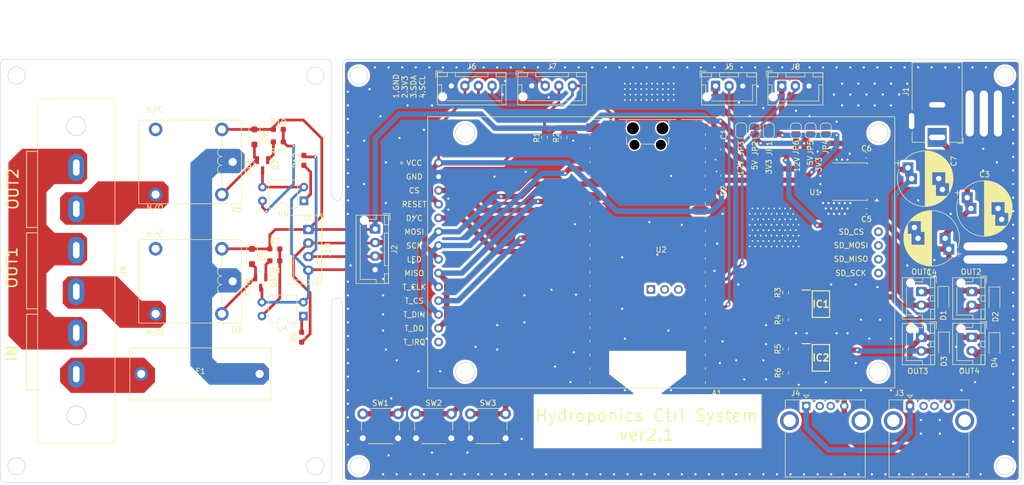
<source format=kicad_pcb>
(kicad_pcb (version 20241229) (generator "pcbnew") (generator_version "9.0")
  (layers (0 "F.Cu" signal) (2 "B.Cu" signal) (13 "F.Paste" user) (15 "B.Paste" user) (5 "F.SilkS" user "F.Silkscreen") (7 "B.SilkS" user "B.Silkscreen") (1 "F.Mask" user) (3 "B.Mask" user) (25 "Edge.Cuts" user))
  (net 0 "")
  (net 1 "+12V")
  (net 2 "GND")
  (net 3 "+5V")
  (net 5 "Net-(D2-A)")
  (net 6 "Net-(D3-A)")
  (net 7 "DC12V_OUT2")
  (net 8 "MISO")
  (net 9 "+3V3")
  (net 10 "SDA")
  (net 11 "SCL")
  (net 14 "GP1")
  (net 15 "SCK")
  (net 17 "DATA_CMD")
  (net 19 "SW_C")
  (net 20 "GP2")
  (net 21 "DC5V_OUT2")
  (net 24 "AC_OUT1")
  (net 25 "CS_TOUCH")
  (net 26 "DC5V_OUT1")
  (net 29 "DC12V_OUT1")
  (net 30 "MOSI")
  (net 31 "AC_OUT2")
  (net 33 "SW_A")
  (net 34 "CS_LCD")
  (net 36 "SW_B")
  (net 37 "Net-(D1-A)")
  (net 38 "Net-(D4-A)")
  (net 39 "Net-(D5-A)")
  (net 40 "Net-(D6-A)")
  (net 41 "Net-(J9-Pin_1)")
  (net 48 "Net-(J5-Pin_1)")
  (net 49 "Net-(J8-Pin_1)")
  (net 50 "Net-(J9-Pin_3)")
  (net 51 "Earth")
  (net 52 "Net-(J9-Pin_5)")
  (net 53 "Net-(Q1-G)")
  (net 54 "Net-(Q2-G)")
  (net 55 "Net-(R7-Pad2)")
  (net 56 "Net-(R9-Pad1)")
  (net 57 "Net-(R10-Pad2)")
  (net 58 "Net-(R12-Pad1)")
  (net 66 "Net-(F1-Pad2)")
  (footprint "Connector_JST:JST_XH_B4B-XH-AM_1x04_P2.50mm_Vertical" (layer "F.Cu") (at 124.55 61.705)
    (property "Reference" "J7")
    (property "Value" "I2C")
  )
  (footprint "Connector_JST:JST_XH_B2B-XH-AM_1x02_P2.50mm_Vertical" (layer "F.Cu") (at 205.575 99.63 -90)
    (property "Reference" "OUT2")
    (property "Value" "~")
  )
  (footprint "Diode_SMD:D_SOD-123F" (layer "F.Cu") (at 200.35 100.88 -90)
    (property "Reference" "D1")
    (property "Value" "GS1010FL")
  )
  (footprint "mylib:SOIC127P600X175-8N" (layer "F.Cu") (at 177.8 111.83)
    (property "Reference" "IC2")
    (property "Value" "SI4900DY-T1-E3" (hide yes))
  )
  (footprint "Diode_SMD:D_SOD-123F" (layer "F.Cu") (at 73.5 71.125 -90)
    (property "Reference" "D6")
    (property "Value" "GS1010FL")
  )
  (footprint "Resistor_SMD:R_0603_1608Metric_Pad0.98x0.95mm_HandSolder" (layer "F.Cu") (at 171.3 104.8 -90)
    (property "Reference" "R4")
    (property "Value" "2.2k")
  )
  (footprint "Diode_SMD:D_SOD-123F" (layer "F.Cu") (at 209.75 100.98 -90)
    (property "Reference" "D2")
    (property "Value" "GS1010FL")
  )
  (footprint "Capacitor_THT:CP_Radial_D10.0mm_P5.00mm_P7.50mm" (layer "F.Cu") (at 205.417323 84.3)
    (property "Reference" "C3")
    (property "Value" "1000uF")
  )
  (footprint "Diode_SMD:D_SOD-123F" (layer "F.Cu") (at 209.75 109.38 -90)
    (property "Reference" "D4")
    (property "Value" "GS1010FL")
  )
  (footprint "Package_TO_SOT_SMD:SOT-23" (layer "F.Cu") (at 75 76.325 -90)
    (property "Reference" "Q2")
    (property "Value" "2N7002K")
  )
  (footprint "Jumper:SolderJumper-2_P1.3mm_Open_RoundedPad1.0x1.5mm" (layer "F.Cu") (at 173.2 69.95 90)
    (property "Reference" "JP6")
    (property "Value" "~")
  )
  (footprint "Resistor_SMD:R_0603_1608Metric_Pad0.98x0.95mm_HandSolder" (layer "F.Cu") (at 77.25 91.75)
    (property "Reference" "R7")
    (property "Value" "10k")
  )
  (footprint "Connector_JST:JST_XH_B4B-XH-AM_1x04_P2.50mm_Vertical" (layer "F.Cu") (at 83.425 88.175 -90)
    (property "Reference" "J10")
    (property "Value" "Conn_01x04")
  )
  (footprint "Jumper:SolderJumper-2_P1.3mm_Open_RoundedPad1.0x1.5mm" (layer "F.Cu") (at 178.7 69.95 90)
    (property "Reference" "JP4")
    (property "Value" "~")
  )
  (footprint "mylib:943-1C-12DS" (layer "F.Cu") (at 61.5 75.725 180)
    (property "Reference" "U5")
    (property "Value" "~")
  )
  (footprint "Resistor_SMD:R_0603_1608Metric_Pad0.98x0.95mm_HandSolder" (layer "F.Cu") (at 82.2 108.025 -90)
    (property "Reference" "R9")
    (property "Value" "200")
  )
  (footprint "Jumper:SolderJumper-2_P1.3mm_Open_RoundedPad1.0x1.5mm" (layer "F.Cu") (at 165.6 69.93 90)
    (property "Reference" "JP2")
    (property "Value" "~")
  )
  (footprint "Jumper:SolderJumper-2_P1.3mm_Open_RoundedPad1.0x1.5mm" (layer "F.Cu") (at 168.2 69.93 90)
    (property "Reference" "JP1")
    (property "Value" "~")
  )
  (footprint "Resistor_SMD:R_0603_1608Metric_Pad0.98x0.95mm_HandSolder" (layer "F.Cu") (at 77.9 69.725)
    (property "Reference" "R10")
    (property "Value" "10k")
  )
  (footprint "mylib:MSP2807" (layer "F.Cu") (at 148.4 92.4)
    (property "Reference" "U2")
    (property "Value" "~")
    (fp_circle (center -36.1 -22) (end -34.35 -22) (stroke (width 0.12)) (fill no) (layer "Edge.Cuts"))
    (fp_circle (center -36.1 22) (end -34.35 22) (stroke (width 0.12)) (fill no) (layer "Edge.Cuts"))
    (fp_circle (center 40 -22) (end 41.75 -22) (stroke (width 0.12)) (fill no) (layer "Edge.Cuts"))
    (fp_circle (center 40 22) (end 41.75 22) (stroke (width 0.12)) (fill no) (layer "Edge.Cuts"))
  )
  (footprint "Button_Switch_THT:SW_PUSH_6mm" (layer "F.Cu") (at 93.45 122.15)
    (property "Reference" "SW1")
    (property "Value" "SW_Push")
  )
  (footprint "Resistor_SMD:R_0603_1608Metric_Pad0.98x0.95mm_HandSolder" (layer "F.Cu") (at 171.3 110.2 90)
    (property "Reference" "R5")
    (property "Value" "2.2k")
  )
  (footprint "Button_Switch_THT:SW_PUSH_6mm" (layer "F.Cu") (at 113.25 122.15)
    (property "Reference" "SW3")
    (property "Value" "SW_Push")
  )
  (footprint "Button_Switch_THT:SW_PUSH_6mm" (layer "F.Cu") (at 103.25 122.15)
    (property "Reference" "SW2")
    (property "Value" "SW_Push")
  )
  (footprint "Connector_JST:JST_XH_B4B-XH-AM_1x04_P2.50mm_Vertical" (layer "F.Cu") (at 109.75 61.705)
    (property "Reference" "J6")
    (property "Value" "I2C")
  )
  (footprint "Diode_SMD:D_SOD-123F" (layer "F.Cu") (at 200.45 109.305 -90)
    (property "Reference" "D3")
    (property "Value" "GS1010FL")
  )
  (footprint "mylib:943-1C-12DS" (layer "F.Cu") (at 61.5 97.725 180)
    (property "Reference" "U3")
    (property "Value" "~")
  )
  (footprint "Connector_JST:JST_XH_B3B-XH-AM_1x03_P2.50mm_Vertical" (layer "F.Cu") (at 170.6 61.73)
    (property "Reference" "J8")
    (property "Value" "Conn_01x03")
  )
  (footprint "Connector_JST:JST_XH_B3B-XH-AM_1x03_P2.50mm_Vertical" (layer "F.Cu") (at 158.4 61.73)
    (property "Reference" "J5")
    (property "Value" "Conn_01x03")
  )
  (footprint "mylib:MF-563" (layer "F.Cu") (at 63.55 114.8)
    (property "Reference" "F1")
    (property "Value" "Fuse")
  )
  (footprint "Capacitor_THT:CP_Radial_D10.0mm_P5.00mm_P7.50mm" (layer "F.Cu") (at 200.682677 89.8 180)
    (property "Reference" "C4")
    (property "Value" "1000uF")
  )
  (footprint "Capacitor_SMD:C_0603_1608Metric_Pad1.08x0.95mm_HandSolder" (layer "F.Cu") (at 186.2 84.83 180)
    (property "Reference" "C5")
    (property "Value" "0.1uF")
  )
  (footprint "mylib:RaspberryPi_Pico_W_SMD_HandSolder" (layer "F.Cu") (at 145.9 93.525)
    (property "Reference" "A1")
    (property "Value" "RaspberryPi_Pico_W")
  )
  (footprint "mylib:USB_A_CONNFLY_DS1095-WNR0" (layer "F.Cu") (at 175.1 120.7025)
    (property "Reference" "J4")
    (property "Value" "USB_A")
  )
  (footprint "Capacitor_SMD:C_0603_1608Metric_Pad1.08x0.95mm_HandSolder" (layer "F.Cu") (at 159.9 73.43 -90)
    (property "Reference" "C1")
    (property "Value" "0.1uF")
  )
  (footprint "mylib:SOIC127P600X175-8N" (layer "F.Cu") (at 177.8 101.93)
    (property "Reference" "IC1")
    (property "Value" "SI4900DY-T1-E3" (hide yes))
  )
  (footprint "Connector_JST:JST_XH_B2B-XH-AM_1x02_P2.50mm_Vertical" (layer "F.Cu") (at 205.575 108.03 -90)
    (property "Reference" "OUT4")
    (property "Value" "~")
  )
  (footprint "Capacitor_SMD:C_0603_1608Metric_Pad1.08x0.95mm_HandSolder" (layer "F.Cu") (at 159.9 78.23 90)
    (property "Reference" "C2")
    (property "Value" "0.1uF")
  )
  (footprint "mylib:ML-40-S1AXF-6P" (layer "F.Cu") (at 40.7 95.8 90)
    (property "Reference" "J9")
    (property "Value" "100V")
    (fp_circle (center 26.67 0) (end 28.42 0) (stroke (width 0.12)) (fill no) (layer "Edge.Cuts"))
    (fp_circle (center -26.67 0) (end -24.92 0) (stroke (width 0.12)) (fill no) (layer "Edge.Cuts"))
  )
  (footprint "Resistor_SMD:R_0603_1608Metric_Pad0.98x0.95mm_HandSolder" (layer "F.Cu") (at 171.3 99.8 90)
    (property "Reference" "R3")
    (property "Value" "2.2k")
  )
  (footprint "Resistor_SMD:R_0603_1608Metric_Pad0.98x0.95mm_HandSolder" (layer "F.Cu") (at 130.5 71.2 90)
    (property "Reference" "R2")
    (property "Value" "10k")
  )
  (footprint "mylib:USB_A_CONNFLY_DS1095-WNR0" (layer "F.Cu") (at 194.2 120.7025)
    (property "Reference" "J3")
    (property "Value" "USB_A")
  )
  (footprint "Resistor_SMD:R_0603_1608Metric_Pad0.98x0.95mm_HandSolder" (layer "F.Cu") (at 77.9 72.025)
    (property "Reference" "R11")
    (property "Value" "200")
  )
  (footprint "Resistor_SMD:R_0603_1608Metric_Pad0.98x0.95mm_HandSolder" (layer "F.Cu") (at 171.3 114.6 -90)
    (property "Reference" "R6")
    (property "Value" "2.2k")
  )
  (footprint "Resistor_SMD:R_0603_1608Metric_Pad0.98x0.95mm_HandSolder" (layer "F.Cu") (at 77.25 93.95)
    (property "Reference" "R8")
    (property "Value" "200")
  )
  (footprint "Jumper:SolderJumper-2_P1.3mm_Open_RoundedPad1.0x1.5mm" (layer "F.Cu") (at 175.9 69.95 90)
    (property "Reference" "JP5")
    (property "Value" "~")
  )
  (footprint "Package_DIP:DIP-4_W7.62mm" (layer "F.Cu") (at 82.6 82.9 180)
    (property "Reference" "U6")
    (property "Value" "TLP785")
  )
  (footprint "Connector_JST:JST_XH_B2B-XH-AM_1x02_P2.50mm_Vertical" (layer "F.Cu") (at 196.3 99.63 -90)
    (property "Reference" "OUT1")
    (property "Value" "~")
  )
  (footprint "Resistor_SMD:R_0603_1608Metric_Pad0.98x0.95mm_HandSolder" (layer "F.Cu") (at 82.6 75.425 90)
    (property "Reference" "R12")
    (property "Value" "200")
  )
  (footprint "Package_TO_SOT_SMD:TO-252-2" (layer "F.Cu") (at 183.06 79.3575 180)
    (property "Reference" "U1")
    (property "Value" "L7805")
  )
  (footprint "Diode_SMD:D_SOD-123F" (layer "F.Cu") (at 73.05 93.15 -90)
    (property "Reference" "D5")
    (property "Value" "GS1010FL")
  )
  (footprint "Package_TO_SOT_SMD:SOT-23" (layer "F.Cu") (at 74.65 97.95 -90)
    (property "Reference" "Q1")
    (property "Value" "2N7002K")
  )
  (footprint "Capacitor_SMD:C_0603_1608Metric_Pad1.08x0.95mm_HandSolder" (layer "F.Cu") (at 186.1375 74.43 180)
    (property "Reference" "C6")
    (property "Value" "0.1uF")
  )
  (footprint "Jumper:SolderJumper-2_P1.3mm_Open_RoundedPad1.0x1.5mm" (layer "F.Cu") (at 163.1 69.93 90)
    (property "Reference" "JP3")
    (property "Value" "~")
  )
  (footprint "Connector_JST:JST_XH_B2B-XH-AM_1x02_P2.50mm_Vertical" (layer "F.Cu") (at 196.3 108.055 -90)
    (property "Reference" "OUT3")
    (property "Value" "~")
  )
  (footprint "Package_DIP:DIP-4_W7.62mm" (layer "F.Cu") (at 82.5 104.125 180)
    (property "Reference" "U4")
    (property "Value" "TLP785")
  )
  (footprint "Connector_JST:JST_XH_B4B-XH-AM_1x04_P2.50mm_Vertical" (layer "F.Cu") (at 95.725 88.08 -90)
    (property "Reference" "J2")
    (property "Value" "Conn_01x04")
  )
  (footprint "Connector_BarrelJack:BarrelJack_Horizontal" (layer "F.Cu") (at 199.2 71.2 -90)
    (property "Reference" "J1")
    (property "Value" "Barrel_Jack_Switch_Pin3Ring")
  )
  (footprint "Resistor_SMD:R_0603_1608Metric_Pad0.98x0.95mm_HandSolder" (layer "F.Cu") (at 126.9 71.2 90)
    (property "Reference" "R1")
    (property "Value" "10k")
  )
  (footprint "Capacitor_THT:CP_Radial_D10.0mm_P5.00mm_P7.50mm" (layer "F.Cu") (at 194.5 78.8)
    (property "Reference" "C7")
    (property "Value" "1000uF")
  )
  (gr_line (start 31.55 73.8) (end 31.55 87.8) (stroke (width 0.15)) (layer "F.SilkS"))
  (gr_line (start 31.55 102.8) (end 33.55 102.8) (stroke (width 0.15)) (layer "F.SilkS"))
  (gr_line (start 33.55 88.8) (end 31.55 88.8) (stroke (width 0.15)) (layer "F.SilkS"))
  (gr_line (start 31.55 88.8) (end 31.55 102.8) (stroke (width 0.15)) (layer "F.SilkS"))
  (gr_line (start 31.55 87.8) (end 33.55 87.8) (stroke (width 0.15)) (layer "F.SilkS"))
  (gr_line (start 33.55 103.8) (end 31.55 103.8) (stroke (width 0.15)) (layer "F.SilkS"))
  (gr_line (start 31.55 117.8) (end 33.55 117.8) (stroke (width 0.15)) (layer "F.SilkS"))
  (gr_line (start 33.55 73.8) (end 31.55 73.8) (stroke (width 0.15)) (layer "F.SilkS"))
  (gr_line (start 31.55 103.8) (end 31.55 117.8) (stroke (width 0.15)) (layer "F.SilkS"))
  (gr_circle (center 92.7 59.8) (end 94.3 59.8) (stroke (width 0.1)) (fill no) (layer "Edge.Cuts"))
  (gr_circle (center 211.7 131.8) (end 213.3 131.8) (stroke (width 0.1)) (fill no) (layer "Edge.Cuts"))
  (gr_circle (center 211.7 59.8) (end 213.3 59.8) (stroke (width 0.1)) (fill no) (layer "Edge.Cuts"))
  (gr_arc (start 86.7 56.8) (mid 87.407107 57.092893) (end 87.7 57.8) (stroke (width 0.1)) (layer "Edge.Cuts"))
  (gr_circle (center 29.7 59.8) (end 31.3 59.8) (stroke (width 0.1)) (fill no) (layer "Edge.Cuts"))
  (gr_arc (start 87.7 133.8) (mid 87.407107 134.507107) (end 86.7 134.8) (stroke (width 0.1)) (layer "Edge.Cuts"))
  (gr_line (start 90.7 56.8) (end 213.7 56.8) (stroke (width 0.1)) (layer "Edge.Cuts"))
  (gr_arc (start 214.7 133.8) (mid 214.407107 134.507107) (end 213.7 134.8) (stroke (width 0.1)) (layer "Edge.Cuts"))
  (gr_arc (start 89.7 81.8) (mid 88.7 82.8) (end 87.7 81.8) (stroke (width 0.1)) (layer "Edge.Cuts"))
  (gr_circle (center 92.7 131.8) (end 94.3 131.8) (stroke (width 0.1)) (fill no) (layer "Edge.Cuts"))
  (gr_arc (start 213.7 56.8) (mid 214.407107 57.092893) (end 214.7 57.8) (stroke (width 0.1)) (layer "Edge.Cuts"))
  (gr_line (start 87.7 101.8) (end 87.7 133.8) (stroke (width 0.1)) (layer "Edge.Cuts"))
  (gr_line (start 87.7 57.8) (end 87.7 81.8) (stroke (width 0.1)) (layer "Edge.Cuts"))
  (gr_arc (start 27.7 134.8) (mid 26.992893 134.507107) (end 26.7 133.8) (stroke (width 0.1)) (layer "Edge.Cuts"))
  (gr_line (start 27.7 134.8) (end 86.7 134.8) (stroke (width 0.1)) (layer "Edge.Cuts"))
  (gr_line (start 89.7 101.8) (end 89.7 133.8) (stroke (width 0.1)) (layer "Edge.Cuts"))
  (gr_line (start 90.7 134.8) (end 213.7 134.8) (stroke (width 0.1)) (layer "Edge.Cuts"))
  (gr_circle (center 84.7 59.8) (end 86.3 59.8) (stroke (width 0.1)) (fill no) (layer "Edge.Cuts"))
  (gr_line (start 214.7 133.8) (end 214.7 57.8) (stroke (width 0.1)) (layer "Edge.Cuts"))
  (gr_line (start 89.7 57.8) (end 89.7 81.8) (stroke (width 0.1)) (layer "Edge.Cuts"))
  (gr_arc (start 90.7 134.8) (mid 89.992893 134.507107) (end 89.7 133.8) (stroke (width 0.1)) (layer "Edge.Cuts"))
  (gr_line (start 26.7 57.8) (end 26.7 133.8) (stroke (width 0.1)) (layer "Edge.Cuts"))
  (gr_arc (start 89.7 57.8) (mid 89.992893 57.092893) (end 90.7 56.8) (stroke (width 0.1)) (layer "Edge.Cuts"))
  (gr_arc (start 87.7 101.8) (mid 88.7 100.8) (end 89.7 101.8) (stroke (width 0.1)) (layer "Edge.Cuts"))
  (gr_arc (start 26.7 57.8) (mid 26.992893 57.092893) (end 27.7 56.8) (stroke (width 0.1)) (layer "Edge.Cuts"))
  (gr_line (start 86.7 56.8) (end 27.7 56.8) (stroke (width 0.1)) (layer "Edge.Cuts"))
  (gr_circle (center 29.7 131.8) (end 31.3 131.8) (stroke (width 0.1)) (fill no) (layer "Edge.Cuts"))
  (gr_circle (center 84.7 131.8) (end 86.3 131.8) (stroke (width 0.1)) (fill no) (layer "Edge.Cuts"))
  (gr_text "OUT1" (at 30 99.225 90) (layer "F.SilkS") (effects (font (size 2 2) (thickness 0.3)) (justify left bottom)))
  (gr_text "1.GND\n2.3V3\n3.SDA\n4.SCL\n" (at 105 64.1 90) (layer "F.SilkS") (effects (font (size 1 1)) (justify left bottom)))
  (gr_text "3V3" (at 178 77.7 90) (layer "F.SilkS") (effects (font (size 1 1)) (justify left bottom)))
  (gr_text "OUT2" (at 30.2 84.725 90) (layer "F.SilkS") (effects (font (size 2 2) (thickness 0.3)) (justify left bottom)))
  (gr_text "5V\n" (at 166.2 77.3 90) (layer "F.SilkS") (effects (font (size 1 1)) (justify left bottom)))
  (gr_text "3V3" (at 168.8 78.1 90) (layer "F.SilkS") (effects (font (size 1 1)) (justify left bottom)))
  (gr_text "IN" (at 30 112.725 90) (layer "F.SilkS") (effects (font (size 2 2) (thickness 0.3)) (justify left bottom)))
  (gr_text "12V\n" (at 163.6 78.3 90) (layer "F.SilkS") (effects (font (size 1 1)) (justify left bottom)))
  (gr_text "5V\n" (at 176.4 76.5 90) (layer "F.SilkS") (effects (font (size 1 1)) (justify left bottom)))
  (gr_text "Hydroponics Ctrl System\nver2.1" (at 145.7 127.3 0) (layer "F.SilkS") (effects (font (size 2.2 2.2) (thickness 0.275)) (justify bottom)))
  (gr_text "12V\n" (at 174 77.7 90) (layer "F.SilkS") (effects (font (size 1 1)) (justify left bottom)))
  (segment (start 187.0625 86.0375) (end 187.0625 84.83) (width 1) (layer "F.Cu") (net 1))
  (segment (start 85.9 71.4) (end 82.5 68) (width 0.5) (layer "F.Cu") (net 1))
  (segment (start 200.682677 89.8) (end 200.682677 91.127856) (width 1) (layer "F.Cu") (net 1))
  (segment (start 95.63 88.175) (end 95.725 88.08) (width 0.5) (layer "F.Cu") (net 1))
  (segment (start 171.5 75.2) (end 171.5 74.3) (width 1) (layer "F.Cu") (net 1))
  (segment (start 83.425 88.175) (end 85.9 85.7) (width 0.5) (layer "F.Cu") (net 1))
  (segment (start 171.5 74.3) (end 172.2 74.3) (width 1) (layer "F.Cu") (net 1))
  (segment (start 161.68 70.58) (end 163.1 70.58) (width 1) (layer "F.Cu") (net 1))
  (segment (start 164.2 74.3) (end 171.5 74.3) (width 1) (layer "F.Cu") (net 1))
  (segment (start 177.1 87.4) (end 185.7 87.4) (width 1) (layer "F.Cu") (net 1))
  (segment (start 78.3 68) (end 76.9875 69.3125) (width 0.5) (layer "F.Cu") (net 1))
  (segment (start 185.7 87.4) (end 187.0625 86.0375) (width 1) (layer "F.Cu") (net 1))
  (segment (start 187.0625 82.675) (end 188.1 81.6375) (width 1) (layer "F.Cu") (net 1))
  (segment (start 201.354821 91.8) (end 194.5 91.8) (width 1) (layer "F.Cu") (net 1))
  (segment (start 73.05 91.75) (end 76.3375 91.75) (width 0.5) (layer "F.Cu") (net 1))
  (segment (start 73.5 69.725) (end 67.5 69.725) (width 0.5) (layer "F.Cu") (net 1))
  (segment (start 187.0625 84.83) (end 187.0625 82.675) (width 1) (layer "F.Cu") (net 1))
  (segment (start 82.5 68) (end 78.3 68) (width 0.5) (layer "F.Cu") (net 1))
  (segment (start 83.425 88.175) (end 77.325 88.175) (width 0.5) (layer "F.Cu") (net 1))
  (segment (start 209.75 99.58) (end 205.625 99.58) (width 1) (layer "F.Cu") (net 1))
  (segment (start 76.3375 89.1625) (end 76.3375 91.75) (width 0.5) (layer "F.Cu") (net 1))
  (segment (start 205.425 99.48) (end 205.575 99.63) (width 1) (layer "F.Cu") (net 1))
  (segment (start 204.745179 82.3) (end 204.745179 76.745179) (width 1) (layer "F.Cu") (net 1))
  (segment (start 196.3 99.63) (end 200.2 99.63) (width 1) (layer "F.Cu") (net 1))
  (segment (start 200.682677 89.034646) (end 205.417323 84.3) (width 1) (layer "F.Cu") (net 1))
  (segment (start 204.745179 82.3) (end 204.745179 83.627856) (width 1) (layer "F.Cu") (net 1))
  (segment (start 83.425 88.175) (end 95.63 88.175) (width 0.5) (layer "F.Cu") (net 1))
  (segment (start 76.9875 69.3125) (end 76.9875 69.725) (width 0.5) (layer "F.Cu") (net 1))
  (segment (start 194.5 91.8) (end 187.53 84.83) (width 1) (layer "F.Cu") (net 1))
  (segment (start 187.53 84.83) (end 187.0625 84.83) (width 1) (layer "F.Cu") (net 1))
  (segment (start 200.682677 89.8) (end 200.682677 89.034646) (width 1) (layer "F.Cu") (net 1))
  (segment (start 73.025 91.725) (end 73.05 91.75) (width 0.5) (layer "F.Cu") (net 1))
  (segment (start 85.9 85.7) (end 85.9 71.4) (width 0.5) (layer "F.Cu") (net 1))
  (segment (start 172.2 74.3) (end 173.2 73.3) (width 1) (layer "F.Cu") (net 1))
  (segment (start 159.3 68.2) (end 161.68 70.58) (width 1) (layer "F.Cu") (net 1))
  (segment (start 200.35 99.48) (end 205.425 99.48) (width 1) (layer "F.Cu") (net 1))
  (segment (start 171.3 75.4) (end 171.5 75.2) (width 1) (layer "F.Cu") (net 1))
  (segment (start 200.2 99.63) (end 200.35 99.48) (width 1) (layer "F.Cu") (net 1))
  (segment (start 201.354821 98.475179) (end 200.35 99.48) (width 1) (layer "F.Cu") (net 1))
  (segment (start 205.625 99.58) (end 205.575 99.63) (width 1) (layer "F.Cu") (net 1))
  (segment (start 201.354821 91.8) (end 201.354821 98.475179) (width 1) (layer "F.Cu") (net 1))
  (segment (start 67.5 91.725) (end 73.025 91.725) (width 0.5) (layer "F.Cu") (net 1))
  (segment (start 204.745179 83.627856) (end 205.417323 84.3) (width 1) (layer "F.Cu") (net 1))
  (segment (start 163.1 73.2) (end 164.2 74.3) (width 1) (layer "F.Cu") (net 1))
  (segment (start 204.745179 76.745179) (end 199.2 71.2) (width 1) (layer "F.Cu") (net 1))
  (segment (start 163.1 70.58) (end 163.1 73.2) (width 1) (layer "F.Cu") (net 1))
  (segment (start 173.2 73.3) (end 173.2 70.6) (width 1) (layer "F.Cu") (net 1))
  (segment (start 77.325 88.175) (end 76.3375 89.1625) (width 0.5) (layer "F.Cu") (net 1))
  (segment (start 73.5 69.725) (end 76.9875 69.725) (width 0.5) (layer "F.Cu") (net 1))
  (segment (start 200.682677 91.127856) (end 201.354821 91.8) (width 1) (layer "F.Cu") (net 1))
  (via (at 177.1 87.4) (size 0.8) (drill 0.4) (layers "F.Cu" "B.Cu") (net 1))
  (via (at 171.3 75.4) (size 0.8) (drill 0.4) (layers "F.Cu" "B.Cu") (net 1))
  (via (at 159.3 68.2) (size 0.8) (drill 0.4) (layers "F.Cu" "B.Cu") (net 1))
  (segment (start 177.1 87.4) (end 171.9 82.2) (width 1) (layer "B.Cu") (net 1))
  (segment (start 95.725 71.375) (end 100.2 66.9) (width 1) (layer "B.Cu") (net 1))
  (segment (start 135 69.5) (end 137.4 67.1) (width 1) (layer "B.Cu") (net 1))
  (segment (start 115.2 66.9) (end 117.8 69.5) (width 1) (layer "B.Cu") (net 1))
  (segment (start 171.9 76) (end 171.3 75.4) (width 1) (layer "B.Cu") (net 1))
  (segment (start 137.4 67.1) (end 156.2 67.1) (width 1) (layer "B.Cu") (net 1))
  (segment (start 95.725 88.08) (end 95.725 71.375) (width 1) (layer "B.Cu") (net 1))
  (segment (start 171.9 82.2) (end 171.9 76) (width 1) (layer "B.Cu") (net 1))
  (segment (start 100.2 66.9) (end 115.2 66.9) (width 1) (layer "B.Cu") (net 1))
  (segment (start 117.8 69.5) (end 135 69.5) (width 1) (layer "B.Cu") (net 1))
  (segment (start 157.3 68.2) (end 159.3 68.2) (width 1) (layer "B.Cu") (net 1))
  (segment (start 156.2 67.1) (end 157.3 68.2) (width 1) (layer "B.Cu") (net 1))
  (segment (start 159.7175 74.475) (end 159.9 74.2925) (width 1) (layer "F.Cu") (net 2))
  (segment (start 175.088 100.025) (end 176.125 100.025) (width 0.5) (layer "F.Cu") (net 2))
  (segment (start 136.21 99.875) (end 140.975 99.875) (width 1) (layer "F.Cu") (net 2))
  (segment (start 153.103968 110.274) (end 152.374 110.274) (width 0.5) (layer "F.Cu") (net 2))
  (segment (start 152.5 85.69) (end 152.5 75.96) (width 0.5) (layer "F.Cu") (net 2))
  (segment (start 199.5 80.127856) (end 200.172144 80.8) (width 1) (layer "F.Cu") (net 2))
  (segment (start 152.5 61.8) (end 154.625 59.675) (width 0.5) (layer "F.Cu") (net 2))
  (segment (start 153.251 111.151) (end 153.251 110.421032) (width 0.5) (layer "F.Cu") (net 2))
  (segment (start 153.985 74.475) (end 152.5 72.99) (width 0.5) (layer "F.Cu") (net 2))
  (segment (start 173.9505 98.8875) (end 175.088 100.025) (width 0.5) (layer "F.Cu") (net 2))
  (segment (start 153.985 87.175) (end 152.5 85.69) (width 0.5) (layer "F.Cu") (net 2))
  (segment (start 165.076 60.054) (end 173.924 60.054) (width 1) (layer "F.Cu") (net 2))
  (segment (start 103.25 126.65) (end 109.75 126.65) (width 1) (layer "F.Cu") (net 2))
  (segment (start 176.7 115) (end 176.7 113.13) (width 0.5) (layer "F.Cu") (net 2))
  (segment (start 159.9 77.3675) (end 159.9 74.2925) (width 1) (layer "F.Cu") (net 2))
  (segment (start 74.98 77.2825) (end 75 77.2625) (width 0.5) (layer "F.Cu") (net 2))
  (segment (start 190.2575 79.3575) (end 181.8 79.3575) (width 1) (layer "F.Cu") (net 2))
  (segment (start 139.625 74.475) (end 136.21 74.475) (width 0.5) (layer "F.Cu") (net 2))
  (segment (start 176.125 100.025) (end 176.7 100.6) (width 0.5) (layer "F.Cu") (net 2))
  (segment (start 126.855 59.4) (end 135.3 59.4) (width 0.5) (layer "F.Cu") (net 2))
  (segment (start 176.9 110.4745) (end 176.3505 109.925) (width 0.5) (layer "F.Cu") (net 2))
  (segment (start 176.7 113.13) (end 176.035 112.465) (width 0.5) (layer "F.Cu") (net 2))
  (segment (start 176.9 103.1145) (end 176.3505 102.565) (width 0.5) (layer "F.Cu") (net 2))
  (segment (start 154.025 99.875) (end 155.59 99.875) (width 1) (layer "F.Cu") (net 2))
  (segment (start 164.4125 98.8875) (end 171.3 98.8875) (width 1) (layer "F.Cu") (net 2))
  (segment (start 195.010533 87.8) (end 195.255267 87.555267) (width 1) (layer "F.Cu") (net 2))
  (segment (start 136.185 87.2) (end 136.21 87.175) (width 1) (layer "F.Cu") (net 2))
  (segment (start 173.3875 109.2875) (end 171.3 109.2875) (width 0.5) (layer "F.Cu") (net 2))
  (segment (start 83.52 95.58) (end 83.425 95.675) (width 0.5) (layer "F.Cu") (net 2))
  (segment (start 194.5 73.8) (end 199.5 78.8) (width 1) (layer "F.Cu") (net 2))
  (segment (start 129.725 112.575) (end 136.21 112.575) (width 1) (layer "F.Cu") (net 2))
  (segment (start 132.7 100.2) (end 135.885 100.2) (width 1) (layer "F.Cu") (net 2))
  (segment (start 195.255267 87.555267) (end 195.255267 84.355267) (width 1) (layer "F.Cu") (net 2))
  (segment (start 185.275 76.0325) (end 183.475 77.8325) (width 1) (layer "F.Cu") (net 2))
  (segment (start 175.088 109.925) (end 174.025 109.925) (width 0.5) (layer "F.Cu") (net 2))
  (segment (start 176.1875 115.5125) (end 176.7 115) (width 0.5) (layer "F.Cu") (net 2))
  (segment (start 132.5 87.2) (end 136.185 87.2) (width 1) (layer "F.Cu") (net 2))
  (segment (start 137.815 87.175) (end 140.5 84.49) (width 1) (layer "F.Cu") (net 2))
  (segment (start 140.764156 73.335844) (end 139.625 74.475) (width 0.5) (layer "F.Cu") (net 2))
  (segment (start 121.9 120.4) (end 128.85 113.45) (width 1) (layer "F.Cu") (net 2))
  (segment (start 176.7 100.6) (end 176.7 102.2155) (width 0.5) (layer "F.Cu") (net 2))
  (segment (start 153.251 110.421032) (end 153.103968 110.274) (width 0.5) (layer "F.Cu") (net 2))
  (segment (start 74.88 99.1175) (end 74.65 98.8875) (width 0.5) (layer "F.Cu") (net 2))
  (segment (start 134.075 112.575) (end 132.3 110.8) (width 1) (layer "F.Cu") (net 2))
  (segment (start 137.815 74.475) (end 136.21 74.475) (width 1) (layer "F.Cu") (net 2))
  (segment (start 175.088 112.465) (end 176.035 112.465) (width 0.5) (layer "F.Cu") (net 2))
  (segment (start 185.3375 84.83) (end 185.3375 82.745) (width 1) (layer "F.Cu") (net 2))
  (segment (start 150.5 108.4) (end 150.5 103.4) (width 0.5) (layer "F.Cu") (net 2))
  (segment (start 140.5 77.16) (end 137.815 74.475) (width 1) (layer "F.Cu") (net 2))
  (segment (start 194.5 68.2) (end 194.5 73.8) (width 1) (layer "F.Cu") (net 2))
  (segment (start 176.3505 109.925) (end 175.088 109.925) (width 0.5) (layer "F.Cu") (net 2))
  (segment (start 199.5 78.8) (end 199.5 80.127856) (width 1) (layer "F.Cu") (net 2))
  (segment (start 152.9 98.79) (end 153.985 99.875) (width 0.5) (layer "F.Cu") (net 2))
  (segment (start 119.75 126.65) (end 121.9 124.5) (width 1) (layer "F.Cu") (net 2))
  (segment (start 136.21 112.575) (end 134.075 112.575) (width 1) (layer "F.Cu") (net 2))
  (segment (start 185.275 74.43) (end 185.275 76.0325) (width 1) (layer "F.Cu") (net 2))
  (segment (start 171.3 115.5125) (end 176.1875 115.5125) (width 0.5) (layer "F.Cu") (net 2))
  (segment (start 152.5 72.99) (end 152.5 61.8) (width 0.5) (layer "F.Cu") (net 2))
  (segment (start 103.25 126.65) (end 99.95 126.65) (width 1) (layer "F.Cu") (net 2))
  (segment (start 153.985 87.175) (end 152.9 88.26) (width 0.5) (layer "F.Cu") (net 2))
  (segment (start 140.764156 64.864156) (end 140.764156 73.335844) (width 0.5) (layer "F.Cu") (net 2))
  (segment (start 154.675 112.575) (end 153.251 111.151) (width 0.5) (layer "F.Cu") (net 2))
  (segment (start 93.45 126.65) (end 99.95 126.65) (width 1) (layer "F.Cu") (net 2))
  (segment (start 152.374 110.274) (end 150.5 108.4) (width 0.5) (layer "F.Cu") (net 2))
  (segment (start 124.55 61.705) (end 126.855 59.4) (width 0.5) (layer "F.Cu") (net 2))
  (segment (start 152.5 75.96) (end 153.985 74.475) (width 0.5) (layer "F.Cu") (net 2))
  (segment (start 195.010533 89.127856) (end 195.682677 89.8) (width 1) (layer "F.Cu") (net 2))
  (segment (start 155.59 74.475) (end 159.7175 74.475) (width 1) (layer "F.Cu") (net 2))
  (segment (start 185.3375 82.745) (end 183.475 80.8825) (width 1) (layer "F.Cu") (net 2))
  (segment (start 183.33 74.43) (end 183.1 74.2) (width 1) (layer "F.Cu") (net 2))
  (segment (start 140.975 99.875) (end 144.5 103.4) (width 1) (layer "F.Cu") (net 2))
  (segment (start 164.697 59.675) (end 165.076 60.054) (width 0.5) (layer "F.Cu") (net 2))
  (segment (start 176.9 104.6) (end 176.9 103.1145) (width 0.5) (layer "F.Cu") (net 2))
  (segment (start 200.172144 80.8) (end 200.172144 82.638389) (width 1) (layer "F.Cu") (net 2))
  (segment (start 121.9 124.5) (end 121.9 120.4) (width 1) (layer "F.Cu") (net 2))
  (segment (start 74.88 101.585) (end 74.88 99.1175) (width 0.5) (layer "F.Cu") (net 2))
  (segment (start 153.985 99.875) (end 155.59 99.875) (width 0.5) (layer "F.Cu") (net 2))
  (segment (start 112.255 59.2) (end 109.75 61.705) (width 0.5) (layer "F.Cu") (net 2))
  (segment (start 173.924 60.054) (end 175.6 61.73) (width 1) (layer "F.Cu") (net 2))
  (segment (start 155.59 87.175) (end 153.985 87.175) (width 0.5) (layer "F.Cu") (net 2))
  (segment (start 195.010533 87.8) (end 195.010533 89.127856) (width 1) (layer "F.Cu") (net 2))
  (segment (start 163.425 99.875) (end 164.4125 98.8875) (width 1) (layer "F.Cu") (net 2))
  (segment (start 171.3 105.7125) (end 171.3 109.2875) (width 0.5) (layer "F.Cu") (net 2))
  (segment (start 135.3 59.4) (end 140.764156 64.864156) (width 0.5) (layer "F.Cu") (net 2))
  (segment (start 171.3 98.8875) (end 173.9505 98.8875) (width 0.5) (layer "F.Cu") (net 2))
  (segment (start 176.9 111.6) (end 176.9 110.4745) (width 0.5) (layer "F.Cu") (net 2))
  (segment (start 144.5 103.4) (end 150.5 103.4) (width 1) (layer "F.Cu") (net 2))
  (segment (start 95.725 95.58) (end 83.52 95.58) (width 0.5) (layer "F.Cu") (net 2))
  (segment (start 135.885 100.2) (end 136.21 99.875) (width 1) (layer "F.Cu") (net 2))
  (segment (start 185.275 74.43) (end 183.33 74.43) (width 1) (layer "F.Cu") (net 2))
  (segment (start 140.5 84.49) (end 140.5 77.16) (width 1) (layer "F.Cu") (net 2))
  (segment (start 154.625 59.675) (end 164.697 59.675) (width 0.5) (layer "F.Cu") (net 2))
  (segment (start 150.5 103.4) (end 154.025 99.875) (width 1) (layer "F.Cu") (net 2))
  (segment (start 176.7 102.2155) (end 176.3505 102.565) (width 0.5) (layer "F.Cu") (net 2))
  (segment (start 176.3505 102.565) (end 175.088 102.565) (width 0.5) (layer "F.Cu") (net 2))
  (segment (start 82.6 80.36) (end 74.98 80.36) (width 0.5) (layer "F.Cu") (net 2))
  (segment (start 195.255267 84.355267) (end 190.2575 79.3575) (width 1) (layer "F.Cu") (net 2))
  (segment (start 128.85 113.45) (end 129.725 112.575) (width 1) (layer "F.Cu") (net 2))
  (segment (start 74.98 80.36) (end 74.98 77.2825) (width 0.5) (layer "F.Cu") (net 2))
  (segment (start 123.45 77.55) (end 126.525 74.475) (width 1) (layer "F.Cu") (net 2))
  (segment (start 174.025 109.925) (end 173.3875 109.2875) (width 0.5) (layer "F.Cu") (net 2))
  (segment (start 210.417323 85.627856) (end 211.089467 86.3) (width 1) (layer "F.Cu") (net 2))
  (segment (start 122.045 59.2) (end 112.255 59.2) (width 0.5) (layer "F.Cu") (net 2))
  (segment (start 117.7 78.43) (end 122.57 78.43) (width 1) (layer "F.Cu") (net 2))
  (segment (start 107.4 78.43) (end 117.7 78.43) (width 1) (layer "F.Cu") (net 2))
  (segment (start 155.59 112.575) (end 154.675 112.575) (width 0.5) (layer "F.Cu") (net 2))
  (segment (start 171.3 105.7125) (end 175.7875 105.7125) (width 0.5) (layer "F.Cu") (net 2))
  (segment (start 176.035 112.465) (end 176.9 111.6) (width 0.5) (layer "F.Cu") (net 2))
  (segment (start 152.9 88.26) (end 152.9 98.79) (width 0.5) (layer "F.Cu") (net 2))
  (segment (start 113.25 126.65) (end 119.75 126.65) (width 1) (layer "F.Cu") (net 2))
  (segment (start 122.57 78.43) (end 123.45 77.55) (width 1) (layer "F.Cu") (net 2))
  (segment (start 136.21 87.175) (end 137.815 87.175) (width 1) (layer "F.Cu") (net 2))
  (segment (start 153.985 74.475) (end 155.59 74.475) (width 0.5) (layer "F.Cu") (net 2))
  (segment (start 210.417323 84.3) (end 210.417323 85.627856) (width 1) (layer "F.Cu") (net 2))
  (segment (start 200.172144 82.638389) (end 195.010533 87.8) (width 1) (layer "F.Cu") (net 2))
  (segment (start 124.55 61.705) (end 122.045 59.2) (width 0.5) (layer "F.Cu") (net 2))
  (segment (start 163.4 61.73) (end 165.076 60.054) (width 1) (layer "F.Cu") (net 2))
  (segment (start 155.59 99.875) (end 163.425 99.875) (width 1) (layer "F.Cu") (net 2))
  (segment (start 175.7875 105.7125) (end 176.9 104.6) (width 0.5) (layer "F.Cu") (net 2))
  (segment (start 126.525 74.475) (end 136.21 74.475) (width 1) (layer "F.Cu") (net 2))
  (segment (start 113.25 126.65) (end 109.75 126.65) (width 1) (layer "F.Cu") (net 2))
  (via (at 207.8 67.1) (size 1.6) (drill 1.5) (layers "F.Cu" "B.Cu") (net 2))
  (via (at 213.2 72.3) (size 0.8) (drill 0.4) (layers "F.Cu" "B.Cu") (net 2))
  (via (at 168.7 91.3) (size 0.6) (drill 0.3) (layers "F.Cu" "B.Cu") (net 2))
  (via (at 185.2 104.8) (size 0.8) (drill 0.4) (layers "F.Cu" "B.Cu") (net 2))
  (via (at 213.2 84.8) (size 0.8) (drill 0.4) (layers "F.Cu" "B.Cu") (net 2))
  (via (at 122.2 133.3) (size 0.8) (drill 0.4) (layers "F.Cu" "B.Cu") (net 2))
  (via (at 208.6 91.3) (size 1.6) (drill 1.5) (layers "F.Cu" "B.Cu") (net 2))
  (via (at 213.2 74.8) (size 0.8) (drill 0.4) (layers "F.Cu" "B.Cu") (net 2))
  (via (at 205.2 68.5) (size 1.6) (drill 1.5) (layers "F.Cu" "B.Cu") (net 2))
  (via (at 139.7 133.3) (size 0.8) (drill 0.4) (layers "F.Cu" "B.Cu") (net 2))
  (via (at 159.7 108.8) (size 0.8) (drill 0.4) (layers "F.Cu" "B.Cu") (net 2))
  (via (at 210.4 67.7) (size 1.6) (drill 1.5) (layers "F.Cu" "B.Cu") (net 2))
  (via (at 109.7 133.3) (size 0.8) (drill 0.4) (layers "F.Cu" "B.Cu") (net 2))
  (via (at 207.8 65.5) (size 1.6) (drill 1.5) (layers "F.Cu" "B.Cu") (net 2))
  (via (at 127.7 63.8) (size 0.8) (drill 0.4) (layers "F.Cu" "B.Cu") (net 2))
  (via (at 203.7 113.8) (size 0.8) (drill 0.4) (layers "F.Cu" "B.Cu") (net 2))
  (via (at 193.7 94.8) (size 0.8) (drill 0.4) (layers "F.Cu" "B.Cu") (net 2))
  (via (at 173.2 66.3) (size 0.8) (drill 0.4) (layers "F.Cu" "B.Cu") (net 2))
  (via (at 149.7 63.3) (size 0.6) (drill 0.3) (layers "F.Cu" "B.Cu") (net 2))
  (via (at 206.8 91.3) (size 1.6) (drill 1.5) (layers "F.Cu" "B.Cu") (net 2))
  (via (at 207 91.3) (size 1.6) (drill 1.5) (layers "F.Cu" "B.Cu") (net 2))
  (via (at 117.7 78.43) (size 0.8) (drill 0.4) (layers "F.Cu" "B.Cu") (net 2))
  (via (at 169.2 84.3) (size 0.6) (drill 0.3) (layers "F.Cu" "B.Cu") (net 2))
  (via (at 207.8 63.7) (size 1.6) (drill 1.5) (layers "F.Cu" "B.Cu") (net 2))
  (via (at 207.6 93.7) (size 1.6) (drill 1.5) (layers "F.Cu" "B.Cu") (net 2))
  (via (at 125.7 58.3) (size 0.8) (drill 0.4) (layers "F.Cu" "B.Cu") (net 2))
  (via (at 170.7 89.3) (size 0.6) (drill 0.3) (layers "F.Cu" "B.Cu") (net 2))
  (via (at 141.7 108.3) (size 0.8) (drill 0.4) (layers "F.Cu" "B.Cu") (net 2))
  (via (at 207.8 64.5) (size 1.6) (drill 1.5) (layers "F.Cu" "B.Cu") (net 2))
  (via (at 188.2 98.8) (size 0.8) (drill 0.4) (layers "F.Cu" "B.Cu") (net 2))
  (via (at 211 91.3) (size 1.6) (drill 1.5) (layers "F.Cu" "B.Cu") (net 2))
  (via (at 112.2 133.3) (size 0.8) (drill 0.4) (layers "F.Cu" "B.Cu") (net 2))
  (via (at 205.2 69.1) (size 1.6) (drill 1.5) (layers "F.Cu" "B.Cu") (net 2))
  (via (at 107.2 133.3) (size 0.8) (drill 0.4) (layers "F.Cu" "B.Cu") (net 2))
  (via (at 90.7 77.8) (size 0.8) (drill 0.4) (layers "F.Cu" "B.Cu") (net 2))
  (via (at 207.8 65.7) (size 1.6) (drill 1.5) (layers "F.Cu" "B.Cu") (net 2))
  (via (at 205.2 66.7) (size 1.6) (drill 1.5) (layers "F.Cu" "B.Cu") (net 2))
  (via (at 210.4 65.7) (size 1.6) (drill 1.5) (layers "F.Cu" "B.Cu") (net 2))
  (via (at 160.7 58.3) (size 0.8) (drill 0.4) (layers "F.Cu" "B.Cu") (net 2))
  (via (at 210.4 69.3) (size 1.6) (drill 1.5) (layers "F.Cu" "B.Cu") (net 2))
  (via (at 138.2 58.3) (size 0.8) (drill 0.4) (layers "F.Cu" "B.Cu") (net 2))
  (via (at 207.8 65.3) (size 1.6) (drill 1.5) (layers "F.Cu" "B.Cu") (net 2))
  (via (at 150.2 117.8) (size 0.8) (drill 0.4) (layers "F.Cu" "B.Cu") (net 2))
  (via (at 90.7 105.3) (size 0.8) (drill 0.4) (layers "F.Cu" "B.Cu") (net 2))
  (via (at 207.8 67.3) (size 1.6) (drill 1.5) (layers "F.Cu" "B.Cu") (net 2))
  (via (at 207.8 68.1) (size 1.6) (drill 1.5) (layers "F.Cu" "B.Cu") (net 2))
  (via (at 168.2 84.3) (size 0.6) (drill 0.3) (layers "F.Cu" "B.Cu") (net 2))
  (via (at 210.4 69.9) (size 1.6) (drill 1.5) (layers "F.Cu" "B.Cu") (net 2))
  (via (at 158.6 77.5) (size 0.6) (drill 0.3) (layers "F.Cu" "B.Cu") (net 2))
  (via (at 208.2 58.3) (size 0.8) (drill 0.4) (layers "F.Cu" "B.Cu") (net 2))
  (via (at 166.7 91.3) (size 0.6) (drill 0.3) (layers "F.Cu" "B.Cu") (net 2))
  (via (at 170.2 88.3) (size 0.6) (drill 0.3) (layers "F.Cu" "B.Cu") (net 2))
  (via (at 206.2 91.3) (size 1.6) (drill 1.5) (layers "F.Cu" "B.Cu") (net 2))
  (via (at 168.2 58.3) (size 0.8) (drill 0.4) (layers "F.Cu" "B.Cu") (net 2))
  (via (at 119.2 63.3) (size 0.8) (drill 0.4) (layers "F.Cu" "B.Cu") (net 2))
  (via (at 166.2 88.3) (size 0.6) (drill 0.3) (layers "F.Cu" "B.Cu") (net 2))
  (via (at 123.2 105.3) (size 0.8) (drill 0.4) (layers "F.Cu" "B.Cu") (net 2))
  (via (at 170.7 58.3) (size 0.8) (drill 0.4) (layers "F.Cu" "B.Cu") (net 2))
  (via (at 128.2 58.3) (size 0.8) (drill 0.4) (layers "F.Cu" "B.Cu") (net 2))
  (via (at 182.7 84.3) (size 0.8) (drill 0.4) (layers "F.Cu" "B.Cu") (net 2))
  (via (at 173.7 89.3) (size 0.6) (drill 0.3) (layers "F.Cu" "B.Cu") (net 2))
  (via (at 173.7 87.3) (size 0.6) (drill 0.3) (layers "F.Cu" "B.Cu") (net 2))
  (via (at 90.7 107.8) (size 0.8) (drill 0.4) (layers "F.Cu" "B.Cu") (net 2))
  (via (at 205.2 70.3) (size 1.6) (drill 1.5) (layers "F.Cu" "B.Cu") (net 2))
  (via (at 207.4 91.3) (size 1.6) (drill 1.5) (layers "F.Cu" "B.Cu") (net 2))
  (via (at 149.7 106.8) (size 0.8) (drill 0.4) (layers "F.Cu" "B.Cu") (net 2))
  (via (at 167.2 65.8) (size 0.8) (drill 0.4) (layers "F.Cu" "B.Cu") (net 2))
  (via (at 164.7 91.3) (size 0.6) (drill 0.3) (layers "F.Cu" "B.Cu") (net 2))
  (via (at 118.2 110.3) (size 0.8) (drill 0.4) (layers "F.Cu" "B.Cu") (net 2))
  (via (at 199.7 125.8) (size 0.8) (drill 0.4) (layers "F.Cu" "B.Cu") (net 2))
  (via (at 91.2 94.8) (size 0.8) (drill 0.4) (layers "F.Cu" "B.Cu") (net 2))
  (via (at 210.4 65.9) (size 1.6) (drill 1.5) (layers "F.Cu" "B.Cu") (net 2))
  (via (at 213.2 82.3) (size 0.8) (drill 0.4) (layers "F.Cu" "B.Cu") (net 2))
  (via (at 165.7 89.3) (size 0.6) (drill 0.3) (layers "F.Cu" "B.Cu") (net 2))
  (via (at 205.2 69.3) (size 1.6) (drill 1.5) (layers "F.Cu" "B.Cu") (net 2))
  (via (at 207.8 63.9) (size 1.6) (drill 1.5) (layers "F.Cu" "B.Cu") (net 2))
  (via (at 205.2 70.1) (size 1.6) (drill 1.5) (layers "F.Cu" "B.Cu") (net 2))
  (via (at 205.7 58.3) (size 0.8) (drill 0.4) (layers "F.Cu" "B.Cu") (net 2))
  (via (at 179.2 83.3) (size 0.8) (drill 0.4) (layers "F.Cu" "B.Cu") (net 2))
  (via (at 199.7 123.3) (size 0.8) (drill 0.4) (layers "F.Cu" "B.Cu") (net 2))
  (via (at 142.7 61.3) (size 0.6) (drill 0.3) (layers "F.Cu" "B.Cu") (net 2))
  (via (at 103.7 114.3) (size 0.8) (drill 0.4) (layers "F.Cu" "B.Cu") (net 2))
  (via (at 104.7 133.3) (size 0.8) (drill 0.4) (layers "F.Cu" "B.Cu") (net 2))
  (via (at 213.2 127.3) (size 0.8) (drill 0.4) (layers "F.Cu" "B.Cu") (net 2))
  (via (at 133.2 58.3) (size 0.8) (drill 0.4) (layers "F.Cu" "B.Cu") (net 2))
  (via (at 172.2 133.3) (size 0.8) (drill 0.4) (layers "F.Cu" "B.Cu") (net 2))
  (via (at 213.2 117.3) (size 0.8) (drill 0.4) (layers "F.Cu" "B.Cu") (net 2))
  (via (at 147.7 62.3) (size 0.6) (drill 0.3) (layers "F.Cu" "B.Cu") (net 2))
  (via (at 207.6 91.3) (size 1.6) (drill 1.5) (layers "F.Cu" "B.Cu") (net 2))
  (via (at 210.4 66.1) (size 1.6) (drill 1.5) (layers "F.Cu" "B.Cu") (net 2))
  (via (at 127.2 133.3) (size 0.8) (drill 0.4) (layers "F.Cu" "B.Cu") (net 2))
  (via (at 146.7 63.3) (size 0.6) (drill 0.3) (layers "F.Cu" "B.Cu") (net 2))
  (via (at 198.7 96.8) (size 0.8) (drill 0.4) (layers "F.Cu" "B.Cu") (net 2))
  (via (at 90.7 125.3) (size 0.8) (drill 0.4) (layers "F.Cu" "B.Cu") (net 2))
  (via (at 143.7 62.3) (size 0.6) (drill 0.3) (layers "F.Cu" "B.Cu") (net 2))
  (via (at 145.7 58.3) (size 0.8) (drill 0.4) (layers "F.Cu" "B.Cu") (net 2))
  (via (at 210.4 68.3) (size 1.6) (drill 1.5) (layers "F.Cu" "B.Cu") (net 2))
  (via (at 149.7 62.3) (size 0.6) (drill 0.3) (layers "F.Cu" "B.Cu") (net 2))
  (via (at 114.2 109.8) (size 0.8) (drill 0.4) (layers "F.Cu" "B.Cu") (net 2))
  (via (at 205.2 91.3) (size 1.6) (drill 1.5) (layers "F.Cu" "B.Cu") (net 2))
  (via (at 210.4 91.3) (size 1.6) (drill 1.5) (layers "F.Cu" "B.Cu") (net 2))
  (via (at 171.2 84.3) (size 0.6) (drill 0.3) (layers "F.Cu" "B.Cu") (net 2))
  (via (at 185.2 117.8) (size 0.8) (drill 0.4) (layers "F.Cu" "B.Cu") (net 2))
  (via (at 210.4 68.5) (size 1.6) (drill 1.5) (layers "F.Cu" "B.Cu") (net 2))
  (via (at 172.2 86.3) (size 0.6) (drill 0.3) (layers "F.Cu" "B.Cu") (net 2))
  (via (at 146.7 61.3) (size 0.6) (drill 0.3) (layers "F.Cu" "B.Cu") (net 2))
  (via (at 213.2 109.8) (size 0.8) (drill 0.4) (layers "F.Cu" "B.Cu") (net 2))
  (via (at 205 93.7) (size 1.6) (drill 1.5) (layers "F.Cu" "B.Cu") (net 2))
  (via (at 132.2 71.8) (size 0.8) (drill 0.4) (layers "F.Cu" "B.Cu") (net 2))
  (via (at 170.7 85.3) (size 0.6) (drill 0.3) (layers "F.Cu" "B.Cu") (net 2))
  (via (at 213.2 122.3) (size 0.8) (drill 0.4) (layers "F.Cu" "B.Cu") (net 2))
  (via (at 150.7 63.3) (size 0.6) (drill 0.3) (layers "F.Cu" "B.Cu") (net 2))
  (via (at 97.2 133.3) (size 0.8) (drill 0.4) (layers "F.Cu" "B.Cu") (net 2))
  (via (at 213.2 99.8) (size 0.8) (drill 0.4) (layers "F.Cu" "B.Cu") (net 2))
  (via (at 183.2 58.3) (size 0.8) (drill 0.4) (layers "F.Cu" "B.Cu") (net 2))
  (via (at 178.7 84.3) (size 0.8) (drill 0.4) (layers "F.Cu" "B.Cu") (net 2))
  (via (at 144.7 63.3) (size 0.6) (drill 0.3) (layers "F.Cu" "B.Cu") (net 2))
  (via (at 169.7 87.3) (size 0.6) (drill 0.3) (layers "F.Cu" "B.Cu") (net 2))
  (via (at 205.2 63.3) (size 1.6) (drill 1.5) (layers "F.Cu" "B.Cu") (net 2))
  (via (at 154.7 133.3) (size 0.8) (drill 0.4) (layers "F.Cu" "B.Cu") (net 2))
  (via (at 170.7 91.3) (size 0.6) (drill 0.3) (layers "F.Cu" "B.Cu") (net 2))
  (via (at 188.7 104.8) (size 0.8) (drill 0.4) (layers "F.Cu" "B.Cu") (net 2))
  (via (at 210.6 93.7) (size 1.6) (drill 1.5) (layers "F.Cu" "B.Cu") (net 2))
  (via (at 172.7 87.3) (size 0.6) (drill 0.3) (layers "F.Cu" "B.Cu") (net 2))
  (via (at 193.7 61.3) (size 0.8) (drill 0.4) (layers "F.Cu" "B.Cu") (net 2))
  (via (at 198.2 58.3) (size 0.8) (drill 0.4) (layers "F.Cu" "B.Cu") (net 2))
  (via (at 210.4 65.5) (size 1.6) (drill 1.5) (layers "F.Cu" "B.Cu") (net 2))
  (via (at 102.7 98.8) (size 0.8) (drill 0.4) (layers "F.Cu" "B.Cu") (net 2))
  (via (at 210.4 64.5) (size 1.6) (drill 1.5) (layers "F.Cu" "B.Cu") (net 2))
  (via (at 211.2 91.3) (size 1.6) (drill 1.5) (layers "F.Cu" "B.Cu") (net 2))
  (via (at 206.6 93.7) (size 1.6) (drill 1.5) (layers "F.Cu" "B.Cu") (net 2))
  (via (at 207.8 70.1) (size 1.6) (drill 1.5) (layers "F.Cu" "B.Cu") (net 2))
  (via (at 171.2 86.3) (size 0.6) (drill 0.3) (layers "F.Cu" "B.Cu") (net 2))
  (via (at 164.7 133.3) (size 0.8) (drill 0.4) (layers "F.Cu" "B.Cu") (net 2))
  (via (at 205.2 68.9) (size 1.6) (drill 1.5) (layers "F.Cu" "B.Cu") (net 2))
  (via (at 90.7 110.3) (size 0.8) (drill 0.4) (layers "F.Cu" "B.Cu") (net 2))
  (via (at 207.8 66.3) (size 1.6) (drill 1.5) (layers "F.Cu" "B.Cu") (net 2))
  (via (at 209.2 91.3) (size 1.6) (drill 1.5) (layers "F.Cu" "B.Cu") (net 2))
  (via (at 90.7 122.8) (size 0.8) (drill 0.4) (layers "F.Cu" "B.Cu") (net 2))
  (via (at 118.2 58.3) (size 0.8) (drill 0.4) (layers "F.Cu" "B.Cu") (net 2))
  (via (at 205.4 93.7) (size 1.6) (drill 1.5) (layers "F.Cu" "B.Cu") (net 2))
  (via (at 170.2 84.3) (size 0.6) (drill 0.3) (layers "F.Cu" "B.Cu") (net 2))
  (via (at 207.8 67.7) (size 1.6) (drill 1.5) (layers "F.Cu" "B.Cu") (net 2))
  (via (at 207.8 69.3) (size 1.6) (drill 1.5) (layers "F.Cu" "B.Cu") (net 2))
  (via (at 164.7 89.3) (size 0.6) (drill 0.3) (layers "F.Cu" "B.Cu") (net 2))
  (via (at 210.7 80.3) (size 0.8) (drill 0.4) (layers "F.Cu" "B.Cu") (net 2))
  (via (at 173.2 90.3) (size 0.6) (drill 0.3) (layers "F.Cu" "B.Cu") (net 2))
  (via (at 205.8 93.7) (size 1.6) (drill 1.5) (layers "F.Cu" "B.Cu") (net 2))
  (via (at 172.7 85.3) (size 0.6) (drill 0.3) (layers "F.Cu" "B.Cu") (net 2))
  (via (at 209 93.7) (size 1.6) (drill 1.5) (layers "F.Cu" "B.Cu") (net 2))
  (via (at 147.7 63.3) (size 0.6) (drill 0.3) (layers "F.Cu" "B.Cu") (net 2))
  (via (at 199.7 133.3) (size 0.8) (drill 0.4) (layers "F.Cu" "B.Cu") (net 2))
  (via (at 169.7 133.3) (size 0.8) (drill 0.4) (layers "F.Cu" "B.Cu") (net 2))
  (via (at 165.7 87.3) (size 0.6) (drill 0.3) (layers "F.Cu" "B.Cu") (net 2))
  (via (at 168.2 90.3) (size 0.6) (drill 0.3) (layers "F.Cu" "B.Cu") (net 2))
  (via (at 205.2 67.9) (size 1.6) (drill 1.5) (layers "F.Cu" "B.Cu") (net 2))
  (via (at 177.7 79.8) (size 0.8) (drill 0.4) (layers "F.Cu" "B.Cu") (net 2))
  (via (at 173.2 86.3) (size 0.6) (drill 0.3) (layers "F.Cu" "B.Cu") (net 2))
  (via (at 119.7 60.8) (size 0.8) (drill 0.4) (layers "F.Cu" "B.Cu") (net 2))
  (via (at 159.7 85.3) (size 0.8) (drill 0.4) (layers "F.Cu" "B.Cu") (net 2))
  (via (at 206 93.7) (size 1.6) (drill 1.5) (layers "F.Cu" "B.Cu") (net 2))
  (via (at 167.7 85.3) (size 0.6) (drill 0.3) (layers "F.Cu" "B.Cu") (net 2))
  (via (at 90.7 85.3) (size 0.8) (drill 0.4) (layers "F.Cu" "B.Cu") (net 2))
  (via (at 207.8 64.1) (size 1.6) (drill 1.5) (layers "F.Cu" "B.Cu") (net 2))
  (via (at 97.2 100.3) (size 0.8) (drill 0.4) (layers "F.Cu" "B.Cu") (net 2))
  (via (at 109.2 84.5) (size 0.8) (drill 0.4) (layers "F.Cu" "B.Cu") (net 2))
  (via (at 165.2 84.3) (size 0.6) (drill 0.3) (layers "F.Cu" "B.Cu") (net 2))
  (via (at 157.2 133.3) (size 0.8) (drill 0.4) (layers "F.Cu" "B.Cu") (net 2))
  (via (at 181.2 85.3) (size 0.8) (drill 0.4) (layers "F.Cu" "B.Cu") (net 2))
  (via (at 143.7 64.3) (size 0.6) (drill 0.3) (layers "F.Cu" "B.Cu") (net 2))
  (via (at 128.85 113.45) (size 0.8) (drill 0.4) (layers "F.Cu" "B.Cu") (net 2))
  (via (at 205.2 65.7) (size 1.6) (drill 1.5) (layers "F.Cu" "B.Cu") (net 2))
  (via (at 204.8 93.7) (size 1.6) (drill 1.5) (layers "F.Cu" "B.Cu") (net 2))
  (via (at 172.2 88.3) (size 0.6) (drill 0.3) (layers "F.Cu" "B.Cu") (net 2))
  (via (at 123.2 100.3) (size 0.8) (drill 0.4) (layers "F.Cu" "B.Cu") (net 2))
  (via (at 210.4 67.1) (size 1.6) (drill 1.5) (layers "F.Cu" "B.Cu") (net 2))
  (via (at 147.7 64.3) (size 0.6) (drill 0.3) (layers "F.Cu" "B.Cu") (net 2))
  (via (at 164.7 87.3) (size 0.6) (drill 0.3) (layers "F.Cu" "B.Cu") (net 2))
  (via (at 205.2 66.5) (size 1.6) (drill 1.5) (layers "F.Cu" "B.Cu") (net 2))
  (via (at 182.2 133.3) (size 0.8) (drill 0.4) (layers "F.Cu" "B.Cu") (net 2))
  (via (at 169.2 86.3) (size 0.6) (drill 0.3) (layers "F.Cu" "B.Cu") (net 2))
  (via (at 142.2 133.3) (size 0.8) (drill 0.4) (layers "F.Cu" "B.Cu") (net 2))
  (via (at 108.2 58.3) (size 0.8) (drill 0.4) (layers "F.Cu" "B.Cu") (net 2))
  (via (at 205.2 64.1) (size 1.6) (drill 1.5) (layers "F.Cu" "B.Cu") (net 2))
  (via (at 170.7 87.3) (size 0.6) (drill 0.3) (layers "F.Cu" "B.Cu") (net 2))
  (via (at 117.2 133.3) (size 0.8) (drill 0.4) (layers "F.Cu" "B.Cu") (net 2))
  (via (at 187.7 61.3) (size 0.8) (drill 0.4) (layers "F.Cu" "B.Cu") (net 2))
  (via (at 144.7 62.3) (size 0.6) (drill 0.3) (layers "F.Cu" "B.Cu") (net 2))
  (via (at 146.7 64.3) (size 0.6) (drill 0.3) (layers "F.Cu" "B.Cu") (net 2))
  (via (at 207.8 66.1) (size 1.6) (drill 1.5) (layers "F.Cu" "B.Cu") (net 2))
  (via (at 207.2 91.3) (size 1.6) (drill 1.5) (layers "F.Cu" "B.Cu") (net 2))
  (via (at 102.2 133.3) (size 0.8) (drill 0.4) (layers "F.Cu" "B.Cu") (net 2))
  (via (at 183.2 83.3) (size 0.8) (drill 0.4) (layers "F.Cu" "B.Cu") (net 2))
  (via (at 205.2 64.5) (size 1.6) (drill 1.5) (layers "F.Cu" "B.Cu") (net 2))
  (via (at 164.7 67.3) (size 0.8) (drill 0.4) (layers "F.Cu" "B.Cu") (net 2))
  (via (at 90.7 100.3) (size 0.8) (drill 0.4) (layers "F.Cu" "B.Cu") (net 2))
  (via (at 213.2 87.3) (size 0.8) (drill 0.4) (layers "F.Cu" "B.Cu") (net 2))
  (via (at 205.2 65.9) (size 1.6) (drill 1.5) (layers "F.Cu" "B.Cu") (net 2))
  (via (at 210.4 63.7) (size 1.6) (drill 1.5) (layers "F.Cu" "B.Cu") (net 2))
  (via (at 210.4 66.3) (size 1.6) (drill 1.5) (layers "F.Cu" "B.Cu") (net 2))
  (via (at 190.7 58.3) (size 0.8) (drill 0.4) (layers "F.Cu" "B.Cu") (net 2))
  (via (at 150.2 78.3) (size 0.8) (drill 0.4) (layers "F.Cu" "B.Cu") (net 2))
  (via (at 205.2 66.1) (size 1.6) (drill 1.5) (layers "F.Cu" "B.Cu") (net 2))
  (via (at 90.7 67.8) (size 0.8) (drill 0.4) (layers "F.Cu" "B.Cu") (net 2))
  (via (at 149.7 133.3) (size 0.8) (drill 0.4) (layers "F.Cu" "B.Cu") (net 2))
  (via (at 158.7 90.8) (size 0.8) (drill 0.4) (layers "F.Cu" "B.Cu") (net 2))
  (via (at 140.7 58.3) (size 0.8) (drill 0.4) (layers "F.Cu" "B.Cu") (net 2))
  (via (at 207.8 69.9) (size 1.6) (drill 1.5) (layers "F.Cu" "B.Cu") (net 2))
  (via (at 210.4 66.9) (size 1.6) (drill 1.5) (layers "F.Cu" "B.Cu") (net 2))
  (via (at 207.8 70.3) (size 1.6) (drill 1.5) (layers "F.Cu" "B.Cu") (net 2))
  (via (at 210.4 66.7) (size 1.6) (drill 1.5) (layers "F.Cu" "B.Cu") (net 2))
  (via (at 206.2 116.3) (size 0.8) (drill 0.4) (layers "F.Cu" "B.Cu") (net 2))
  (via (at 184.7 65.3) (size 0.8) (drill 0.4) (layers "F.Cu" "B.Cu") (net 2))
  (via (at 175.7 58.3) (size 0.8) (drill 0.4) (layers "F.Cu" "B.Cu") (net 2))
  (via (at 210.4 63.5) (size 1.6) (drill 1.5) (layers "F.Cu" "B.Cu") (net 2))
  (via (at 205.2 67.3) (size 1.6) (drill 1.5) (layers "F.Cu" "B.Cu") (net 2))
  (via (at 205.2 63.5) (size 1.6) (drill 1.5) (layers "F.Cu" "B.Cu") (net 2))
  (via (at 118.2 105.8) (size 0.8) (drill 0.4) (layers "F.Cu" "B.Cu") (net 2))
  (via (at 167.7 89.3) (size 0.6) (drill 0.3) (layers "F.Cu" "B.Cu") (net 2))
  (via (at 207.8 63.3) (size 1.6) (drill 1.5) (layers "F.Cu" "B.Cu") (net 2))
  (via (at 209.8 91.3) (size 1.6) (drill 1.5) (layers "F.Cu" "B.Cu") (net 2))
  (via (at 158.2 58.3) (size 0.8) (drill 0.4) (layers "F.Cu" "B.Cu") (net 2))
  (via (at 195.7 82.8) (size 0.8) (drill 0.4) (layers "F.Cu" "B.Cu") (net 2))
  (via (at 141.7 63.3) (size 0.6) (drill 0.3) (layers "F.Cu" "B.Cu") (net 2))
  (via (at 168.7 87.3) (size 0.6) (drill 0.3) (layers "F.Cu" "B.Cu") (net 2))
  (via (at 171.7 91.3) (size 0.6) (drill 0.3) (layers "F.Cu" "B.Cu") (net 2))
  (via (at 172.7 91.3) (size 0.6) (drill 0.3) (layers "F.Cu" "B.Cu") (net 2))
  (via (at 170.2 90.3) (size 0.6) (drill 0.3) (layers "F.Cu" "B.Cu") (net 2))
  (via (at 129.7 133.3) (size 0.8) (drill 0.4) (layers "F.Cu" "B.Cu") (net 2))
  (via (at 208 93.7) (size 1.6) (drill 1.5) (layers "F.Cu" "B.Cu") (net 2))
  (via (at 181.7 84.3) (size 0.8) (drill 0.4) (layers "F.Cu" "B.Cu") (net 2))
  (via (at 142.7 62.3) (size 0.6) (drill 0.3) (layers "F.Cu" "B.Cu") (net 2))
  (via (at 205.2 66.9) (size 1.6) (drill 1.5) (layers "F.Cu" "B.Cu") (net 2))
  (via (at 153.2 58.3) (size 0.8) (drill 0.4) (layers "F.Cu" "B.Cu") (net 2))
  (via (at 177.2 73.8) (size 0.8) (drill 0.4) (layers "F.Cu" "B.Cu") (net 2))
  (via (at 145.7 63.3) (size 0.6) (drill 0.3) (layers "F.Cu" "B.Cu") (net 2))
  (via (at 163.7 115.8) (size 0.8) (drill 0.4) (layers "F.Cu" "B.Cu") (net 2))
  (via (at 207.8 68.7) (size 1.6) (drill 1.5) (layers "F.Cu" "B.Cu") (net 2))
  (via (at 205.2 67.5) (size 1.6) (drill 1.5) (layers "F.Cu" "B.Cu") (net 2))
  (via (at 187.2 133.3) (size 0.8) (drill 0.4) (layers "F.Cu" "B.Cu") (net 2))
  (via (at 165.7 58.3) (size 0.8) (drill 0.4) (layers "F.Cu" "B.Cu") (net 2))
  (via (at 207 93.7) (size 1.6) (drill 1.5) (layers "F.Cu" "B.Cu") (net 2))
  (via (at 96.7 67.3) (size 0.8) (drill 0.4) (layers "F.Cu" "B.Cu") (net 2))
  (via (at 190.7 61.3) (size 0.8) (drill 0.4) (layers "F.Cu" "B.Cu") (net 2))
  (via (at 210.4 64.7) (size 1.6) (drill 1.5) (layers "F.Cu" "B.Cu") (net 2))
  (via (at 142.7 64.3) (size 0.6) (drill 0.3) (layers "F.Cu" "B.Cu") (net 2))
  (via (at 90.7 70.3) (size 0.8) (drill 0.4) (layers "F.Cu" "B.Cu") (net 2))
  (via (at 202.2 133.3) (size 0.8) (drill 0.4) (layers "F.Cu" "B.Cu") (net 2))
  (via (at 106.2 129.3) (size 0.8) (drill 0.4) (layers "F.Cu" "B.Cu") (net 2))
  (via (at 167.7 91.3) (size 0.6) (drill 0.3) (layers "F.Cu" "B.Cu") (net 2))
  (via (at 120.7 58.3) (size 0.8) (drill 0.4) (layers "F.Cu" "B.Cu") (net 2))
  (via (at 165.7 85.3) (size 0.6) (drill 0.3) (layers "F.Cu" "B.Cu") (net 2))
  (via (at 100.7 58.3) (size 0.8) (drill 0.4) (layers "F.Cu" "B.Cu") (net 2))
  (via (at 205.2 64.3) (size 1.6) (drill 1.5) (layers "F.Cu" "B.Cu") (net 2))
  (via (at 210.8 91.3) (size 1.6) (drill 1.5) (layers "F.Cu" "B.Cu") (net 2))
  (via (at 213.2 112.3) (size 0.8) (drill 0.4) (layers "F.Cu" "B.Cu") (net 2))
  (via (at 164.7 85.3) (size 0.6) (drill 0.3) (layers "F.Cu" "B.Cu") (net 2))
  (via (at 90.7 115.3) (size 0.8) (drill 0.4) (layers "F.Cu" "B.Cu") (net 2))
  (via (at 98.2 129.8) (size 0.8) (drill 0.4) (layers "F.Cu" "B.Cu") (net 2))
  (via (at 209.2 93.7) (size 1.6) (drill 1.5) (layers "F.Cu" "B.Cu") (net 2))
  (via (at 180.7 68.3) (size 0.8) (drill 0.4) (layers "F.Cu" "B.Cu") (net 2))
  (via (at 98.2 58.3) (size 0.8) (drill 0.4) (layers "F.Cu" "B.Cu") (net 2))
  (via (at 167.2 86.3) (size 0.6) (drill 0.3) (layers "F.Cu" "B.Cu") (net 2))
  (via (at 206.4 91.3) (size 1.6) (drill 1.5) (layers "F.Cu" "B.Cu") (net 2))
  (via (at 206.8 93.7) (size 1.6) (drill 1.5) (layers "F.Cu" "B.Cu") (net 2))
  (via (at 207.8 67.5) (size 1.6) (drill 1.5) (layers "F.Cu" "B.Cu") (net 2))
  (via (at 205.2 93.7) (size 1.6) (drill 1.5) (layers "F.Cu" "B.Cu") (net 2))
  (via (at 102.7 94.3) (size 0.8) (drill 0.4) (layers "F.Cu" "B.Cu") (net 2))
  (via (at 145.7 62.3) (size 0.6) (drill 0.3) (layers "F.Cu" "B.Cu") (net 2))
  (via (at 209.6 91.3) (size 1.6) (drill 1.5) (layers "F.Cu" "B.Cu") (net 2))
  (via (at 134.7 133.3) (size 0.8) (drill 0.4) (layers "F.Cu" "B.Cu") (net 2))
  (via (at 186.7 108.3) (size 0.8) (drill 0.4) (layers "F.Cu" "B.Cu") (net 2))
  (via (at 166.2 90.3) (size 0.6) (drill 0.3) (layers "F.Cu" "B.Cu") (net 2))
  (via (at 99.7 133.3) (size 0.8) (drill 0.4) (layers "F.Cu" "B.Cu") (net 2))
  (via (at 205.2 69.5) (size 1.6) (drill 1.5) (layers "F.Cu" "B.Cu") (net 2))
  (via (at 167.2 133.3) (size 0.8) (drill 0.4) (layers "F.Cu" "B.Cu") (net 2))
  (via (at 90.7 62.8) (size 0.8) (drill 0.4) (layers "F.Cu" "B.Cu") (net 2))
  (via (at 205.6 93.7) (size 1.6) (drill 1.5) (layers "F.Cu" "B.Cu") (net 2))
  (via (at 205.2 66.3) (size 1.6) (drill 1.5) (layers "F.Cu" "B.Cu") (net 2))
  (via (at 197.2 133.3) (size 0.8) (drill 0.4) (layers "F.Cu" "B.Cu") (net 2))
  (via (at 205.4 91.3) (size 1.6) (drill 1.5) (layers "F.Cu" "B.Cu") (net 2))
  (via (at 194.7 133.3) (size 0.8) (drill 0.4) (layers "F.Cu" "B.Cu") (net 2))
  (via (at 210.4 65.1) (size 1.6) (drill 1.5) (layers "F.Cu" "B.Cu") (net 2))
  (via (at 207.2 133.3) (size 0.8) (drill 0.4) (layers "F.Cu" "B.Cu") (net 2))
  (via (at 207.8 63.5) (size 1.6) (drill 1.5) (layers "F.Cu" "B.Cu") (net 2))
  (via (at 162.7 64.8) (size 0.8) (drill 0.4) (layers "F.Cu" "B.Cu") (net 2))
  (via (at 211 93.7) (size 1.6) (drill 1.5) (layers "F.Cu" "B.Cu") (net 2))
  (via (at 97.2 97.3) (size 0.8) (drill 0.4) (layers "F.Cu" "B.Cu") (net 2))
  (via (at 169.7 89.3) (size 0.6) (drill 0.3) (layers "F.Cu" "B.Cu") (net 2))
  (via (at 175.2 107.3) (size 0.8) (drill 0.4) (layers "F.Cu" "B.Cu") (net 2))
  (via (at 147.7 61.3) (size 0.6) (drill 0.3) (layers "F.Cu" "B.Cu") (net 2))
  (via (at 141.7 117.8) (size 0.8) (drill 0.4) (layers "F.Cu" "B.Cu") (net 2))
  (via (at 205.2 69.9) (size 1.6) (drill 1.5) (layers "F.Cu" "B.Cu") (net 2))
  (via (at 90.7 120.3) (size 0.8) (drill 0.4) (layers "F.Cu" "B.Cu") (net 2))
  (via (at 208 91.3) (size 1.6) (drill 1.5) (layers "F.Cu" "B.Cu") (net 2))
  (via (at 165.7 91.3) (size 0.6) (drill 0.3) (layers "F.Cu" "B.Cu") (net 2))
  (via (at 207.8 64.7) (size 1.6) (drill 1.5) (layers "F.Cu" "B.Cu") (net 2))
  (via (at 210.4 70.3) (size 1.6) (drill 1.5) (layers "F.Cu" "B.Cu") (net 2))
  (via (at 167.2 90.3) (size 0.6) (drill 0.3) (layers "F.Cu" "B.Cu") (net 2))
  (via (at 175.7 67.3) (size 0.8) (drill 0.4) (layers "F.Cu" "B.Cu") (net 2))
  (via (at 206 91.3) (size 1.6) (drill 1.5) (layers "F.Cu" "B.Cu") (net 2))
  (via (at 209.4 93.7) (size 1.6) (drill 1.5) (layers "F.Cu" "B.Cu") (net 2))
  (via (at 123.45 77.55) (size 0.8) (drill 0.4) (layers "F.Cu" "B.Cu") (net 2))
  (via (at 166.7 89.3) (size 0.6) (drill 0.3) (layers "F.Cu" "B.Cu") (net 2))
  (via (at 180.2 63.3) (size 0.8) (drill 0.4) (layers "F.Cu" "B.Cu") (net 2))
  (via (at 141.2 93.3) (size 0.8) (drill 0.4) (layers "F.Cu" "B.Cu") (net 2))
  (via (at 210.4 69.7) (size 1.6) (drill 1.5) (layers "F.Cu" "B.Cu") (net 2))
  (via (at 168.7 85.3) (size 0.6) (drill 0.3) (layers "F.Cu" "B.Cu") (net 2))
  (via (at 207.8 68.9) (size 1.6) (drill 1.5) (layers "F.Cu" "B.Cu") (net 2))
  (via (at 145.7 64.3) (size 0.6) (drill 0.3) (layers "F.Cu" "B.Cu") (net 2))
  (via (at 208.4 91.3) (size 1.6) (drill 1.5) (layers "F.Cu" "B.Cu") (net 2))
  (via (at 206.2 93.7) (size 1.6) (drill 1.5) (layers "F.Cu" "B.Cu") (net 2))
  (via (at 90.7 80.3) (size 0.8) (drill 0.4) (layers "F.Cu" "B.Cu") (net 2))
  (via (at 210.4 70.1) (size 1.6) (drill 1.5) (layers "F.Cu" "B.Cu") (net 2))
  (via (at 178.7 116.3) (size 0.8) (drill 0.4) (layers "F.Cu" "B.Cu") (net 2))
  (via (at 141.2 102.8) (size 0.8) (drill 0.4) (layers "F.Cu" "B.Cu") (net 2))
  (via (at 201.7 85.3) (size 0.8) (drill 0.4) (layers "F.Cu" "B.Cu") (net 2))
  (via (at 213.2 119.8) (size 0.8) (drill 0.4) (layers "F.Cu" "B.Cu") (net 2))
  (via (at 163.2 58.3) (size 0.8) (drill 0.4) (layers "F.Cu" "B.Cu") (net 2))
  (via (at 196.2 125.8) (size 0.8) (drill 0.4) (layers "F.Cu" "B.Cu") (net 2))
  (via (at 184.7 133.3) (size 0.8) (drill 0.4) (layers "F.Cu" "B.Cu") (net 2))
  (via (at 173.7 116.8) (size 0.8) (drill 0.4) (layers "F.Cu" "B.Cu") (net 2))
  (via (at 168.7 89.3) (size 0.6) (drill 0.3) (layers "F.Cu" "B.Cu") (net 2))
  (via (at 187.7 65.3) (size 0.8) (drill 0.4) (layers "F.Cu" "B.Cu") (net 2))
  (via (at 213.2 62.3) (size 0.8) (drill 0.4) (layers "F.Cu" "B.Cu") (net 2))
  (via (at 205.2 65.3) (size 1.6) (drill 1.5) (layers "F.Cu" "B.Cu") (net 2))
  (via (at 208.8 91.3) (size 1.6) (drill 1.5) (layers "F.Cu" "B.Cu") (net 2))
  (via (at 97.2 103.8) (size 0.8) (drill 0.4) (layers "F.Cu" "B.Cu") (net 2))
  (via (at 185.7 58.3) (size 0.8) (drill 0.4) (layers "F.Cu" "B.Cu") (net 2))
  (via (at 198.7 93.8) (size 0.8) (drill 0.4) (layers "F.Cu" "B.Cu") (net 2))
  (via (at 143.7 63.3) (size 0.6) (drill 0.3) (layers "F.Cu" "B.Cu") (net 2))
  (via (at 172.7 89.3) (size 0.6) (drill 0.3) (layers "F.Cu" "B.Cu") (net 2))
  (via (at 205.2 69.7) (size 1.6) (drill 1.5) (layers "F.Cu" "B.Cu") (net 2))
  (via (at 210.2 75.8) (size 0.8) (drill 0.4) (layers "F.Cu" "B.Cu") (net 2))
  (via (at 179.7 98.3) (size 0.8) (drill 0.4) (layers "F.Cu" "B.Cu") (net 2))
  (via (at 181.7 61.3) (size 0.8) (drill 0.4) (layers "F.Cu" "B.Cu") (net 2))
  (via (at 205.2 64.7) (size 1.6) (drill 1.5) (layers "F.Cu" "B.Cu") (net 2))
  (via (at 147.2 133.3) (size 0.8) (drill 0.4) (layers "F.Cu" "B.Cu") (net 2))
  (via (at 184.7 61.3) (size 0.8) (drill 0.4) (layers "F.Cu" "B.Cu") (net 2))
  (via (at 100.2 71.3) (size 0.8) (drill 0.4) (layers "F.Cu" "B.Cu") (net 2))
  (via (at 207.8 65.1) (size 1.6) (drill 1.5) (layers "F.Cu" "B.Cu") (net 2))
  (via (at 97.7 110.3) (size 0.8) (drill 0.4) (layers "F.Cu" "B.Cu") (net 2))
  (via (at 95.7 58.3) (size 0.8) (drill 0.4) (layers "F.Cu" "B.Cu") (net 2))
  (via (at 181.7 65.3) (size 0.8) (drill 0.4) (layers "F.Cu" "B.Cu") (net 2))
  (via (at 146.7 62.3) (size 0.6) (drill 0.3) (layers "F.Cu" "B.Cu") (net 2))
  (via (at 210.4 68.1) (size 1.6) (drill 1.5) (layers "F.Cu" "B.Cu") (net 2))
  (via (at 182.2 83.3) (size 0.8) (drill 0.4) (layers "F.Cu" "B.Cu") (net 2))
  (via (at 213.2 124.8) (size 0.8) (drill 0.4) (layers "F.Cu" "B.Cu") (net 2))
  (via (at 167.7 87.3) (size 0.6) (drill 0.3) (layers "F.Cu" "B.Cu") (net 2))
  (via (at 179.7 133.3) (size 0.8) (drill 0.4) (layers "F.Cu" "B.Cu") (net 2))
  (via (at 190.7 65.3) (size 0.8) (drill 0.4) (layers "F.Cu" "B.Cu") (net 2))
  (via (at 210.2 91.3) (size 1.6) (drill 1.5) (layers "F.Cu" "B.Cu") (net 2))
  (via (at 205.2 68.3) (size 1.6) (drill 1.5) (layers "F.Cu" "B.Cu") (net 2))
  (via (at 177.7 78.3) (size 0.8) (drill 0.4) (layers "F.Cu" "B.Cu") (net 2))
  (via (at 202.7 109.8) (size 0.8) (drill 0.4) (layers "F.Cu" "B.Cu") (net 2))
  (via (at 149.7 64.3) (size 0.6) (drill 0.3) (layers "F.Cu" "B.Cu") (net 2))
  (via (at 106.2 65.3) (size 0.8) (drill 0.4) (layers "F.Cu" "B.Cu") (net 2))
  (via (at 170.2 86.3) (size 0.6) (drill 0.3) (layers "F.Cu" "B.Cu") (net 2))
  (via (at 90.7 72.8) (size 0.8) (drill 0.4) (layers "F.Cu" "B.Cu") (net 2))
  (via (at 171.7 85.3) (size 0.6) (drill 0.3) (layers "F.Cu" "B.Cu") (net 2))
  (via (at 132.5 87.2) (size 0.8) (drill 0.4) (layers "F.Cu" "B.Cu") (net 2))
  (via (at 213.2 89.8) (size 0.8) (drill 0.4) (layers "F.Cu" "B.Cu") (net 2))
  (via (at 210.4 68.7) (size 1.6) (drill 1.5) (layers "F.Cu" "B.Cu") (net 2))
  (via (at 104.2 103.8) (size 0.8) (drill 0.4) (layers "F.Cu" "B.Cu") (net 2))
  (via (at 90.7 102.8) (size 0.8) (drill 0.4) (layers "F.Cu" "B.Cu") (net 2))
  (via (at 112.7 129.3) (size 0.8) (drill 0.4) (layers "F.Cu" "B.Cu") (net 2))
  (via (at 179.7 84.3) (size 0.8) (drill 0.4) (layers "F.Cu" "B.Cu") (net 2))
  (via (at 213.2 67.3) (size 0.8) (drill 0.4) (layers "F.Cu" "B.Cu") (net 2))
  (via (at 167.7 109.3) (size 0.8) (drill 0.4) (layers "F.Cu" "B.Cu") (net 2))
  (via (at 162.6 98.3) (size 0.8) (drill 0.4) (layers "F.Cu" "B.Cu") (net 2))
  (via (at 180.7 75.3) (size 0.8) (drill 0.4) (layers "F.Cu" "B.Cu") (net 2))
  (via (at 173.2 88.3) (size 0.6) (drill 0.3) (layers "F.Cu" "B.Cu") (net 2))
  (via (at 189.7 133.3) (size 0.8) (drill 0.4) (layers "F.Cu" "B.Cu") (net 2))
  (via (at 90.7 65.3) (size 0.8) (drill 0.4) (layers "F.Cu" "B.Cu") (net 2))
  (via (at 97.7 83.3) (size 0.8) (drill 0.4) (layers "F.Cu" "B.Cu") (net 2))
  (via (at 213.2 92.3) (size 0.8) (drill 0.4) (layers "F.Cu" "B.Cu") (net 2))
  (via (at 190.7 117.8) (size 0.8) (drill 0.4) (layers "F.Cu" "B.Cu") (net 2))
  (via (at 205 91.3) (size 1.6) (drill 1.5) (layers "F.Cu" "B.Cu") (net 2))
  (via (at 150.7 58.3) (size 0.8) (drill 0.4) (layers "F.Cu" "B.Cu") (net 2))
  (via (at 148.7 63.3) (size 0.6) (drill 0.3) (layers "F.Cu" "B.Cu") (net 2))
  (via (at 211.4 93.7) (size 1.6) (drill 1.5) (layers "F.Cu" "B.Cu") (net 2))
  (via (at 213.2 69.8) (size 0.8) (drill 0.4) (layers "F.Cu" "B.Cu") (net 2))
  (via (at 206.6 91.3) (size 1.6) (drill 1.5) (layers "F.Cu" "B.Cu") (net 2))
  (via (at 207.8 69.7) (size 1.6) (drill 1.5) (layers "F.Cu" "B.Cu") (net 2))
  (via (at 207.8 67.9) (size 1.6) (drill 1.5) (layers "F.Cu" "B.Cu") (net 2))
  (via (at 146.2 86.8) (size 0.8) (drill 0.4) (layers "F.Cu" "B.Cu") (net 2))
  (via (at 148.7 64.3) (size 0.6) (drill 0.3) (layers "F.Cu" "B.Cu") (net 2))
  (via (at 141.7 64.3) (size 0.6) (drill 0.3) (layers "F.Cu" "B.Cu") (net 2))
  (via (at 207.4 93.7) (size 1.6) (drill 1.5) (layers "F.Cu" "B.Cu") (net 2))
  (via (at 207.8 66.7) (size 1.6) (drill 1.5) (layers "F.Cu" "B.Cu") (net 2))
  (via (at 189.2 63.3) (size 0.8) (drill 0.4) (layers "F.Cu" "B.Cu") (net 2))
  (via (at 213.2 94.8) (size 0.8) (drill 0.4) (layers "F.Cu" "B.Cu") (net 2))
  (via (at 90.7 82.8) (size 0.8) (drill 0.4) (layers "F.Cu" "B.Cu") (net 2))
  (via (at 208.2 93.7) (size 1.6) (drill 1.5) (layers "F.Cu" "B.Cu") (net 2))
  (via (at 182.7 107.3) (size 0.8) (drill 0.4) (layers "F.Cu" "B.Cu") (net 2))
  (via (at 209.6 93.7) (size 1.6) (drill 1.5) (layers "F.Cu" "B.Cu") (net 2))
  (via (at 123.2 58.3) (size 0.8) (drill 0.4) (layers "F.Cu" "B.Cu") (net 2))
  (via (at 97.7 75.8) (size 0.8) (drill 0.4) (layers "F.Cu" "B.Cu") (net 2))
  (via (at 179.2 85.3) (size 0.8) (drill 0.4) (layers "F.Cu" "B.Cu") (net 2))
  (via (at 209.4 91.3) (size 1.6) (drill 1.5) (layers "F.Cu" "B.Cu") (net 2))
  (via (at 178.2 83.3) (size 0.8) (drill 0.4) (layers "F.Cu" "B.Cu") (net 2))
  (via (at 181.2 83.3) (size 0.8) (drill 0.4) (layers "F.Cu" "B.Cu") (net 2))
  (via (at 173.2 58.3) (size 0.8) (drill 0.4) (layers "F.Cu" "B.Cu") (net 2))
  (via (at 94.7 62.3) (size 0.8) (drill 0.4) (layers "F.Cu" "B.Cu") (net 2))
  (via (at 180.2 85.3) (size 0.8) (drill 0.4) (layers "F.Cu" "B.Cu") (net 2))
  (via (at 192.2 133.3) (size 0.8) (drill 0.4) (layers "F.Cu" "B.Cu") (net 2))
  (via (at 203.2 58.3) (size 0.8) (drill 0.4) (layers "F.Cu" "B.Cu") (net 2))
  (via (at 145.7 61.3) (size 0.6) (drill 0.3) (layers "F.Cu" "B.Cu") (net 2))
  (via (at 190.7 108.3) (size 0.8) (drill 0.4) (layers "F.Cu" "B.Cu") (net 2))
  (via (at 159.7 133.3) (size 0.8) (drill 0.4) (layers "F.Cu" "B.Cu") (net 2))
  (via (at 180.7 58.3) (size 0.8) (drill 0.4) (layers "F.Cu" "B.Cu") (net 2))
  (via (at 210.4 93.7) (size 1.6) (drill 1.5) (layers "F.Cu" "B.Cu") (net 2))
  (via (at 196.2 123.3) (size 0.8) (drill 0.4) (layers "F.Cu" "B.Cu") (net 2))
  (via (at 207.8 93.7) (size 1.6) (drill 1.5) (layers "F.Cu" "B.Cu") (net 2))
  (via (at 172.2 84.3) (size 0.6) (drill 0.3) (layers "F.Cu" "B.Cu") (net 2))
  (via (at 147.7 92.8) (size 0.8) (drill 0.4) (layers "F.Cu" "B.Cu") (net 2))
  (via (at 165.2 86.3) (size 0.6) (drill 0.3) (layers "F.Cu" "B.Cu") (net 2))
  (via (at 213.2 104.8) (size 0.8) (drill 0.4) (layers "F.Cu" "B.Cu") (net 2))
  (via (at 210.4 63.9) (size 1.6) (drill 1.5) (layers "F.Cu" "B.Cu") (net 2))
  (via (at 114.7 133.3) (size 0.8) (drill 0.4) (layers "F.Cu" "B.Cu") (net 2))
  (via (at 181.7 75.3) (size 0.8) (drill 0.4) (layers "F.Cu" "B.Cu") (net 2))
  (via (at 155.7 58.3) (size 0.8) (drill 0.4) (layers "F.Cu" "B.Cu") (net 2))
  (via (at 162.2 133.3) (size 0.8) (drill 0.4) (layers "F.Cu" "B.Cu") (net 2))
  (via (at 105.2 108.3) (size 0.8) (drill 0.4) (layers "F.Cu" "B.Cu") (net 2))
  (via (at 141.7 61.3) (size 0.6) (drill 0.3) (layers "F.Cu" "B.Cu") (net 2))
  (via (at 207.2 93.7) (size 1.6) (drill 1.5) (layers "F.Cu" "B.Cu") (net 2))
  (via (at 177.7 81.3) (size 0.8) (drill 0.4) (layers "F.Cu" "B.Cu") (net 2))
  (via (at 144.7 64.3) (size 0.6) (drill 0.3) (layers "F.Cu" "B.Cu") (net 2))
  (via (at 144.7 61.3) (size 0.6) (drill 0.3) (layers "F.Cu" "B.Cu") (net 2))
  (via (at 210.4 65.3) (size 1.6) (drill 1.5) (layers "F.Cu" "B.Cu") (net 2))
  (via (at 180.2 83.3) (size 0.8) (drill 0.4) (layers "F.Cu" "B.Cu") (net 2))
  (via (at 90.7 112.8) (size 0.8) (drill 0.4) (layers "F.Cu" "B.Cu") (net 2))
  (via (at 204.7 133.3) (size 0.8) (drill 0.4) (layers "F.Cu" "B.Cu") (net 2))
  (via (at 166.2 84.3) (size 0.6) (drill 0.3) (layers "F.Cu" "B.Cu") (net 2))
  (via (at 104.7 69.8) (size 0.8) (drill 0.4) (layers "F.Cu" "B.Cu") (net 2))
  (via (at 205.2 68.7) (size 1.6) (drill 1.5) (layers "F.Cu" "B.Cu") (net 2))
  (via (at 93.7 71.8) (size 0.8) (drill 0.4) (layers "F.Cu" "B.Cu") (net 2))
  (via (at 207.8 91.3) (size 1.6) (drill 1.5) (layers "F.Cu" "B.Cu") (net 2))
  (via (at 210.4 64.1) (size 1.6) (drill 1.5) (layers "F.Cu" "B.Cu") (net 2))
  (via (at 90.7 75.3) (size 0.8) (drill 0.4) (layers "F.Cu" "B.Cu") (net 2))
  (via (at 210.4 64.9) (size 1.6) (drill 1.5) (layers "F.Cu" "B.Cu") (net 2))
  (via (at 98.7 119.3) (size 0.8) (drill 0.4) (layers "F.Cu" "B.Cu") (net 2))
  (via (at 208.2 91.3) (size 1.6) (drill 1.5) (layers "F.Cu" "B.Cu") (net 2))
  (via (at 93.7 79.8) (size 0.8) (drill 0.4) (layers "F.Cu" "B.Cu") (net 2))
  (via (at 208.8 93.7) (size 1.6) (drill 1.5) (layers "F.Cu" "B.Cu") (net 2))
  (via (at 158.2 95.8) (size 0.8) (drill 0.4) (layers "F.Cu" "B.Cu") (net 2))
  (via (at 166.7 87.3) (size 0.6) (drill 0.3) (layers "F.Cu" "B.Cu") (net 2))
  (via (at 110.7 58.3) (size 0.8) (drill 0.4) (layers "F.Cu" "B.Cu") (net 2))
  (via (at 173.7 91.3) (size 0.6) (drill 0.3) (layers "F.Cu" "B.Cu") (net 2))
  (via (at 210.2 93.7) (size 1.6) (drill 1.5) (layers "F.Cu" "B.Cu") (net 2))
  (via (at 102.7 85.8) (size 0.8) (drill 0.4) (layers "F.Cu" "B.Cu") (net 2))
  (via (at 195.7 58.3) (size 0.8) (drill 0.4) (layers "F.Cu" "B.Cu") (net 2))
  (via (at 173.2 107.3) (size 0.8) (drill 0.4) (layers "F.Cu" "B.Cu") (net 2))
  (via (at 150.7 61.3) (size 0.6) (drill 0.3) (layers "F.Cu" "B.Cu") (net 2))
  (via (at 148.2 58.3) (size 0.8) (drill 0.4) (layers "F.Cu" "B.Cu") (net 2))
  (via (at 90.7 117.8) (size 0.8) (drill 0.4) (layers "F.Cu" "B.Cu") (net 2))
  (via (at 205.2 65.1) (size 1.6) (drill 1.5) (layers "F.Cu" "B.Cu") (net 2))
  (via (at 209.8 93.7) (size 1.6) (drill 1.5) (layers "F.Cu" "B.Cu") (net 2))
  (via (at 210.4 67.9) (size 1.6) (drill 1.5) (layers "F.Cu" "B.Cu") (net 2))
  (via (at 207.8 64.9) (size 1.6) (drill 1.5) (layers "F.Cu" "B.Cu") (net 2))
  (via (at 124.7 133.3) (size 0.8) (drill 0.4) (layers "F.Cu" "B.Cu") (net 2))
  (via (at 213.2 114.8) (size 0.8) (drill 0.4) (layers "F.Cu" "B.Cu") (net 2))
  (via (at 180.7 84.3) (size 0.8) (drill 0.4) (layers "F.Cu" "B.Cu") (net 2))
  (via (at 208.4 93.7) (size 1.6) (drill 1.5) (layers "F.Cu" "B.Cu") (net 2))
  (via (at 210.4 69.5) (size 1.6) (drill 1.5) (layers "F.Cu" "B.Cu") (net 2))
  (via (at 159.2 112.8) (size 0.8) (drill 0.4) (layers "F.Cu" "B.Cu") (net 2))
  (via (at 207.8 68.5) (size 1.6) (drill 1.5) (layers "F.Cu" "B.Cu") (net 2))
  (via (at 210.4 64.3) (size 1.6) (drill 1.5) (layers "F.Cu" "B.Cu") (net 2))
  (via (at 213.2 64.8) (size 0.8) (drill 0.4) (layers "F.Cu" "B.Cu") (net 2))
  (via (at 148.7 62.3) (size 0.6) (drill 0.3) (layers "F.Cu" "B.Cu") (net 2))
  (via (at 213.2 102.3) (size 0.8) (drill 0.4) (layers "F.Cu" "B.Cu") (net 2))
  (via (at 171.2 90.3) (size 0.6) (drill 0.3) (layers "F.Cu" "B.Cu") (net 2))
  (via (at 205.2 68.1) (size 1.6) (drill 1.5) (layers "F.Cu" "B.Cu") (net 2))
  (via (at 171.2 88.3) (size 0.6) (drill 0.3) (layers "F.Cu" "B.Cu") (net 2))
  (via (at 200.7 58.3) (size 0.8) (drill 0.4) (layers "F.Cu" "B.Cu") (net 2))
  (via (at 169.2 88.3) (size 0.6) (drill 0.3) (layers "F.Cu" "B.Cu") (net 2))
  (via (at 152.2 133.3) (size 0.8) (drill 0.4) (layers "F.Cu" "B.Cu") (net 2))
  (via (at 166.7 85.3) (size 0.6) (drill 0.3) (layers "F.Cu" "B.Cu") (net 2))
  (via (at 97.2 106.8) (size 0.8) (drill 0.4) (layers "F.Cu" "B.Cu") (net 2))
  (via (at 132.3 110.8) (size 0.8) (drill 0.4) (layers "F.Cu" "B.Cu") (net 2))
  (via (at 207.7 73.3) (size 0.8) (drill 0.4) (layers "F.Cu" "B.Cu") (net 2))
  (via (at 211.4 91.3) (size 1.6) (drill 1.5) (layers "F.Cu" "B.Cu") (net 2))
  (via (at 207.8 66.9) (size 1.6) (drill 1.5) (layers "F.Cu" "B.Cu") (net 2))
  (via (at 122.7 126.8) (size 0.8) (drill 0.4) (layers "F.Cu" "B.Cu") (net 2))
  (via (at 213.2 107.3) (size 0.8) (drill 0.4) (layers "F.Cu" "B.Cu") (net 2))
  (via (at 207.8 69.1) (size 1.6) (drill 1.5) (layers "F.Cu" "B.Cu") (net 2))
  (via (at 135.7 58.3) (size 0.8) (drill 0.4) (layers "F.Cu" "B.Cu") (net 2))
  (via (at 207.8 66.5) (size 1.6) (drill 1.5) (layers "F.Cu" "B.Cu") (net 2))
  (via (at 207.8 69.5) (size 1.6) (drill 1.5) (layers "F.Cu" "B.Cu") (net 2))
  (via (at 162.2 112.3) (size 0.8) (drill 0.4) (layers "F.Cu" "B.Cu") (net 2))
  (via (at 141.7 62.3) (size 0.6) (drill 0.3) (layers "F.Cu" "B.Cu") (net 2))
  (via (at 166.2 61.8) (size 0.8) (drill 0.4) (layers "F.Cu" "B.Cu") (net 2))
  (via (at 171.7 87.3) (size 0.6) (drill 0.3) (layers "F.Cu" "B.Cu") (net 2))
  (via (at 205.2 67.1) (size 1.6) (drill 1.5) (layers "F.Cu" "B.Cu") (net 2))
  (via (at 209 91.3) (size 1.6) (drill 1.5) (layers "F.Cu" "B.Cu") (net 2))
  (via (at 143.7 61.3) (size 0.6) (drill 0.3) (layers "F.Cu" "B.Cu") (net 2))
  (via (at 205.2 63.9) (size 1.6) (drill 1.5) (layers "F.Cu" "B.Cu") (net 2))
  (via (at 150.7 62.3) (size 0.6) (drill 0.3) (layers "F.Cu" "B.Cu") (net 2))
  (via (at 208.6 93.7) (size 1.6) (drill 1.5) (layers "F.Cu" "B.Cu") (net 2))
  (via (at 192.2 63.3) (size 0.8) (drill 0.4) (layers "F.Cu" "B.Cu") (net 2))
  (via (at 177.2 133.3) (size 0.8) (drill 0.4) (layers "F.Cu" "B.Cu") (net 2))
  (via (at 109.2 82.5) (size 0.8) (drill 0.4) (layers "F.Cu" "B.Cu") (net 2))
  (via (at 169.2 90.3) (size 0.6) (drill 0.3) (layers "F.Cu" "B.Cu") (net 2))
  (via (at 213.2 79.8) (size 0.8) (drill 0.4) (layers "F.Cu" "B.Cu") (net 2))
  (via (at 103.2 58.3) (size 0.8) (drill 0.4) (layers "F.Cu" "B.Cu") (net 2))
  (via (at 113.2 58.3) (size 0.8) (drill 0.4) (layers "F.Cu" "B.Cu") (net 2))
  (via (at 132.7 100.2) (size 0.8) (drill 0.4) (layers "F.Cu" "B.Cu") (net 2))
  (via (at 166.2 86.3) (size 0.6) (drill 0.3) (layers "F.Cu" "B.Cu") (net 2))
  (via (at 210.4 68.9) (size 1.6) (drill 1.5) (layers "F.Cu" "B.Cu") (net 2))
  (via (at 205.2 63.7) (size 1.6) (drill 1.5) (layers "F.Cu" "B.Cu") (net 2))
  (via (at 167.2 84.3) (size 0.6) (drill 0.3) (layers "F.Cu" "B.Cu") (net 2))
  (via (at 168.2 86.3) (size 0.6) (drill 0.3) (layers "F.Cu" "B.Cu") (net 2))
  (via (at 105.7 58.3) (size 0.8) (drill 0.4) (layers "F.Cu" "B.Cu") (net 2))
  (via (at 178.2 58.3) (size 0.8) (drill 0.4) (layers "F.Cu" "B.Cu") (net 2))
  (via (at 210.6 91.3) (size 1.6) (drill 1.5) (layers "F.Cu" "B.Cu") (net 2))
  (via (at 210.4 67.3) (size 1.6) (drill 1.5) (layers "F.Cu" "B.Cu") (net 2))
  (via (at 165.2 88.3) (size 0.6) (drill 0.3) (layers "F.Cu" "B.Cu") (net 2))
  (via (at 207.8 68.3) (size 1.6) (drill 1.5) (layers "F.Cu" "B.Cu") (net 2))
  (via (at 203.7 117.8) (size 0.8) (drill 0.4) (layers "F.Cu" "B.Cu") (net 2))
  (via (at 205.2 64.9) (size 1.6) (drill 1.5) (layers "F.Cu" "B.Cu") (net 2))
  (via (at 158.4 75.3) (size 0.6) (drill 0.3) (layers "F.Cu" "B.Cu") (net 2))
  (via (at 210.4 63.3) (size 1.6) (drill 1.5) (layers "F.Cu" "B.Cu") (net 2))
  (via (at 169.7 85.3) (size 0.6) (drill 0.3) (layers "F.Cu" "B.Cu") (net 2))
  (via (at 168.2 88.3) (size 0.6) (drill 0.3) (layers "F.Cu" "B.Cu") (net 2))
  (via (at 183.1 74.2) (size 0.8) (drill 0.4) (layers "F.Cu" "B.Cu") (net 2))
  (via (at 193.2 58.3) (size 0.8) (drill 0.4) (layers "F.Cu" "B.Cu") (net 2))
  (via (at 119.7 133.3) (size 0.8) (drill 0.4) (layers "F.Cu" "B.Cu") (net 2))
  (via (at 210.8 93.7) (size 1.6) (drill 1.5) (layers "F.Cu" "B.Cu") (net 2))
  (via (at 115.7 58.3) (size 0.8) (drill 0.4) (layers "F.Cu" "B.Cu") (net 2))
  (via (at 148.7 61.3) (size 0.6) (drill 0.3) (layers "F.Cu" "B.Cu") (net 2))
  (via (at 142.7 63.3) (size 0.6) (drill 0.3) (layers "F.Cu" "B.Cu") (net 2))
  (via (at 210.4 66.5) (size 1.6) (drill 1.5) (layers "F.Cu" "B.Cu") (net 2))
  (via (at 143.2 58.3) (size 0.8) (drill 0.4) (layers "F.Cu" "B.Cu") (net 2))
  (via (at 171.7 89.3) (size 0.6) (drill 0.3) (layers "F.Cu" "B.Cu") (net 2))
  (via (at 180.7 107.3) (size 0.8) (drill 0.4) (layers "F.Cu" "B.Cu") (net 2))
  (via (at 210.4 67.5) (size 1.6) (drill 1.5) (layers "F.Cu" "B.Cu") (net 2))
  (via (at 205.6 91.3) (size 1.6) (drill 1.5) (layers "F.Cu" "B.Cu") (net 2))
  (via (at 107.7 114.3) (size 0.8) (drill 0.4) (layers "F.Cu" "B.Cu") (net 2))
  (via (at 182.7 75.3) (size 0.8) (drill 0.4) (layers "F.Cu" "B.Cu") (net 2))
  (via (at 204.8 91.3) (size 1.6) (drill 1.5) (layers "F.Cu" "B.Cu") (net 2))
  (via (at 130.7 58.3) (size 0.8) (drill 0.4) (layers "F.Cu" "B.Cu") (net 2))
  (via (at 210 93.7) (size 1.6) (drill 1.5) (layers "F.Cu" "B.Cu") (net 2))
  (via (at 207.7 77.3) (size 0.8) (drill 0.4) (layers "F.Cu" "B.Cu") (net 2))
  (via (at 210 91.3) (size 1.6) (drill 1.5) (layers "F.Cu" "B.Cu") (net 2))
  (via (at 167.2 88.3) (size 0.6) (drill 0.3) (layers "F.Cu" "B.Cu") (net 2))
  (via (at 90.7 97.8) (size 0.8) (drill 0.4) (layers "F.Cu" "B.Cu") (net 2))
  (via (at 207.8 65.9) (size 1.6) (drill 1.5) (layers "F.Cu" "B.Cu") (net 2))
  (via (at 205.2 65.5) (size 1.6) (drill 1.5) (layers "F.Cu" "B.Cu") (net 2))
  (via (at 182.2 85.3) (size 0.8) (drill 0.4) (layers "F.Cu" "B.Cu") (net 2))
  (via (at 167.2 112.3) (size 0.8) (drill 0.4) (layers "F.Cu" "B.Cu") (net 2))
  (via (at 211.2 93.7) (size 1.6) (drill 1.5) (layers "F.Cu" "B.Cu") (net 2))
  (via (at 152.2 87.3) (size 0.8) (drill 0.4) (layers "F.Cu" "B.Cu") (net 2))
  (via (at 188.2 58.3) (size 0.8) (drill 0.4) (layers "F.Cu" "B.Cu") (net 2))
  (via (at 183.2 63.3) (size 0.8) (drill 0.4) (layers "F.Cu" "B.Cu") (net 2))
  (via (at 131.7 116.3) (size 0.8) (drill 0.4) (layers "F.Cu" "B.Cu") (net 2))
  (via (at 132.2 133.3) (size 0.8) (drill 0.4) (layers "F.Cu" "B.Cu") (net 2))
  (via (at 186.2 63.3) (size 0.8) (drill 0.4) (layers "F.Cu" "B.Cu") (net 2))
  (via (at 172.2 90.3) (size 0.6) (drill 0.3) (layers "F.Cu" "B.Cu") (net 2))
  (via (at 101.7 65.3) (size 0.8) (drill 0.4) (layers "F.Cu" "B.Cu") (net 2))
  (via (at 184.2 98.3) (size 0.8) (drill 0.4) (layers "F.Cu" "B.Cu") (net 2))
  (via (at 99.7 112.3) (size 0.8) (drill 0.4) (layers "F.Cu" "B.Cu") (net 2))
  (via (at 128.2 99.3) (size 0.8) (drill 0.4) (layers "F.Cu" "B.Cu") (net 2))
  (via (at 167.7 115.8) (size 0.8) (drill 0.4) (layers "F.Cu" "B.Cu") (net 2))
  (via (at 210.4 69.1) (size 1.6) (drill 1.5) (layers "F.Cu" "B.Cu") (net 2))
  (via (at 174.7 133.3) (size 0.8) (drill 0.4) (layers "F.Cu" "B.Cu") (net 2))
  (via (at 167.7 105.8) (size 0.8) (drill 0.4) (layers "F.Cu" "B.Cu") (net 2))
  (via (at 206.4 93.7) (size 1.6) (drill 1.5) (layers "F.Cu" "B.Cu") (net 2))
  (via (at 144.7 133.3) (size 0.8) (drill 0.4) (layers "F.Cu" "B.Cu") (net 2))
  (via (at 165.2 90.3) (size 0.6) (drill 0.3) (layers "F.Cu" "B.Cu") (net 2))
  (via (at 213.2 97.3) (size 0.8) (drill 0.4) (layers "F.Cu" "B.Cu") (net 2))
  (via (at 184.2 112.8) (size 0.8) (drill 0.4) (layers "F.Cu" "B.Cu") (net 2))
  (via (at 207.8 64.3) (size 1.6) (drill 1.5) (layers "F.Cu" "B.Cu") (net 2))
  (via (at 205.8 91.3) (size 1.6) (drill 1.5) (layers "F.Cu" "B.Cu") (net 2))
  (via (at 205.2 67.7) (size 1.6) (drill 1.5) (layers "F.Cu" "B.Cu") (net 2))
  (via (at 90.7 127.8) (size 0.8) (drill 0.4) (layers "F.Cu" "B.Cu") (net 2))
  (via (at 169.7 91.3) (size 0.6) (drill 0.3) (layers "F.Cu" "B.Cu") (net 2))
  (via (at 150.7 64.3) (size 0.6) (drill 0.3) (layers "F.Cu" "B.Cu") (net 2))
  (via (at 137.2 133.3) (size 0.8) (drill 0.4) (layers "F.Cu" "B.Cu") (net 2))
  (via (at 213.2 77.3) (size 0.8) (drill 0.4) (layers "F.Cu" "B.Cu") (net 2))
  (via (at 149.7 61.3) (size 0.6) (drill 0.3) (layers "F.Cu" "B.Cu") (net 2))
  (segment (start 83.425 95.675) (end 83.425 100.66) (width 0.5) (layer "B.Cu") (net 2))
  (segment (start 210.417323 84.3) (end 204.917323 78.8) (width 1) (layer "B.Cu") (net 2))
  (segment (start 95.725 95.58) (end 97.52 95.58) (width 1) (layer "B.Cu") (net 2))
  (segment (start 101.7 91.4) (end 101.7 84.13) (width 1) (layer "B.Cu") (net 2))
  (segment (start 132.7 87.4) (end 132.5 87.2) (width 1) (layer "B.Cu") (net 2))
  (segment (start 132.3 100.6) (end 132.7 100.2) (width 1) (layer "B.Cu") (net 2))
  (segment (start 183.1 74.2) (end 183.1 69.23) (width 1) (layer "B.Cu") (net 2))
  (segment (start 83.425 100.66) (end 82.5 101.585) (width 0.5) (layer "B.Cu") (net 2))
  (segment (start 101.7 84.13) (end 107.4 78.43) (width 1) (layer "B.Cu") (net 2))
  (segment (start 132.7 100.2) (end 132.7 87.4) (width 1) (layer "B.Cu") (net 2))
  (segment (start 132.3 110.8) (end 132.3 100.6) (width 1) (layer "B.Cu") (net 2))
  (segment (start 183.1 69.23) (end 175.6 61.73) (width 1) (layer "B.Cu") (net 2))
  (segment (start 97.52 95.58) (end 101.7 91.4) (width 1) (layer "B.Cu") (net 2))
  (segment (start 194.5 68.2) (end 196.2 68.2) (width 1) (layer "B.Cu") (net 2))
  (segment (start 83.425 95.675) (end 80.324 92.574) (width 0.5) (layer "B.Cu") (net 2))
  (segment (start 204.917323 78.8) (end 199.5 78.8) (width 1) (layer "B.Cu") (net 2))
  (segment (start 74.88 101.585) (end 82.5 101.585) (width 0.5) (layer "B.Cu") (net 2))
  (segment (start 80.324 82.636) (end 82.6 80.36) (width 0.5) (layer "B.Cu") (net 2))
  (segment (start 196.2 68.2) (end 199.2 65.2) (width 1) (layer "B.Cu") (net 2))
  (segment (start 80.324 92.574) (end 80.324 82.636) (width 0.5) (layer "B.Cu") (net 2))
  (segment (start 196.3 108.055) (end 200.3 108.055) (width 1) (layer "F.Cu") (net 3))
  (segment (start 174.7 72.3) (end 174.7 71.8) (width 1) (layer "F.Cu") (net 3))
  (segment (start 172.7 77) (end 174.7 75) (width 1) (layer "F.Cu") (net 3))
  (segment (start 159.9 72.5675) (end 160.375 72.5675) (width 1) (layer "F.Cu") (net 3))
  (segment (start 194.2 110.155) (end 196.3 108.055) (width 1) (layer "F.Cu") (net 3))
  (segment (start 193.827856 76.8) (end 193.827856 78.127856) (width 1) (layer "F.Cu") (net 3))
  (segment (start 174.7 75) (end 174.7 72.3) (width 1) (layer "F.Cu") (net 3))
  (segment (start 194.2 120.7025) (end 194.2 110.155) (width 1) (layer "F.Cu") (net 3))
  (segment (start 193.827856 78.127856) (end 194.5 78.8) (width 1) (layer "F.Cu") (net 3))
  (segment (start 160.375 72.5675) (end 164.8075 77) (width 1) (layer "F.Cu") (net 3))
  (segment (start 187 73.955) (end 185.345 72.3) (width 1) (layer "F.Cu") (net 3))
  (segment (start 164.8075 77) (end 172.7 77) (width 1) (layer "F.Cu") (net 3))
  (segment (start 187 74.43) (end 187 75.9775) (width 1) (layer "F.Cu") (net 3))
  (segment (start 159.2675 71.935) (end 159.9 72.5675) (width 1) (layer "F.Cu") (net 3))
  (segment (start 165.6 71.2) (end 166.7 72.3) (width 1) (layer "F.Cu") (net 3))
  (segment (start 205.625 107.98) (end 205.575 108.03) (width 1) (layer "F.Cu") (net 3))
  (segment (start 187 75.9775) (end 188.1 77.0775) (width 1) (layer "F.Cu") (net 3))
  (segment (start 200.3 108.055) (end 200.45 107.905) (width 1) (layer "F.Cu") (net 3))
  (segment (start 193.550356 77.0775) (end 193.827856 76.8) (width 1) (layer "F.Cu") (net 3))
  (segment (start 209.75 107.98) (end 205.625 107.98) (width 1) (layer "F.Cu") (net 3))
  (segment (start 205.575 108.03) (end 200.575 108.03) (width 1) (layer "F.Cu") (net 3))
  (segment (start 200.575 108.03) (end 200.45 107.905) (width 1) (layer "F.Cu") (net 3))
  (segment (start 155.59 71.935) (end 159.2675 71.935) (width 1) (layer "F.Cu") (net 3))
  (segment (start 165.6 70.58) (end 165.6 71.2) (width 1) (layer "F.Cu") (net 3))
  (segment (start 174.7 71.8) (end 175.9 70.6) (width 1) (layer "F.Cu") (net 3))
  (segment (start 188.1 77.0775) (end 193.550356 77.0775) (width 1) (layer "F.Cu") (net 3))
  (segment (start 185.345 72.3) (end 174.7 72.3) (width 1) (layer "F.Cu") (net 3))
  (segment (start 187 74.43) (end 187 73.955) (width 1) (layer "F.Cu") (net 3))
  (via (at 166.7 72.3) (size 0.8) (drill 0.4) (layers "F.Cu" "B.Cu") (net 3))
  (via (at 174.7 72.3) (size 0.8) (drill 0.4) (layers "F.Cu" "B.Cu") (net 3))
  (segment (start 191.3 101.2) (end 191.3 82) (width 1) (layer "B.Cu") (net 3))
  (segment (start 191.3 82) (end 194.5 78.8) (width 1) (layer "B.Cu") (net 3))
  (segment (start 175.1 120.7025) (end 175.1 124.7) (width 1) (layer "B.Cu") (net 3))
  (segment (start 191.2 128.8) (end 194.2 125.8) (width 1) (layer "B.Cu") (net 3))
  (segment (start 166.7 72.3) (end 174.7 72.3) (width 1) (layer "B.Cu") (net 3))
  (segment (start 175.1 124.7) (end 179.2 128.8) (width 1) (layer "B.Cu") (net 3))
  (segment (start 179.2 128.8) (end 191.2 128.8) (width 1) (layer "B.Cu") (net 3))
  (segment (start 194.2 125.8) (end 194.2 120.7025) (width 1) (layer "B.Cu") (net 3))
  (segment (start 196.3 106.2) (end 191.3 101.2) (width 1) (layer "B.Cu") (net 3))
  (segment (start 196.3 108.055) (end 196.3 106.2) (width 1) (layer "B.Cu") (net 3))
  (segment (start 205.825 102.38) (end 205.575 102.13) (width 1) (layer "F.Cu") (net 5))
  (segment (start 180.512 103.835) (end 180.512 103.2) (width 0.5) (layer "F.Cu") (net 5))
  (segment (start 209.75 102.38) (end 205.825 102.38) (width 1) (layer "F.Cu") (net 5))
  (segment (start 202.905 104.8) (end 205.575 102.13) (width 1) (layer "F.Cu") (net 5))
  (segment (start 191.7 104.8) (end 202.905 104.8) (width 1) (layer "F.Cu") (net 5))
  (segment (start 180.512 103.2) (end 180.512 102.565) (width 0.5) (layer "F.Cu") (net 5))
  (segment (start 190.1 103.2) (end 191.7 104.8) (width 1) (layer "F.Cu") (net 5))
  (segment (start 180.512 103.2) (end 190.1 103.2) (width 1) (layer "F.Cu") (net 5))
  (segment (start 180.512 110.4) (end 184.5 110.4) (width 1) (layer "F.Cu") (net 6))
  (segment (start 201.2 120.7025) (end 201.2 111.455) (width 1) (layer "F.Cu") (net 6))
  (segment (start 201.2 111.455) (end 200.45 110.705) (width 1) (layer "F.Cu") (net 6))
  (segment (start 180.512 109.925) (end 180.512 110.4) (width 0.5) (layer "F.Cu") (net 6))
  (segment (start 196.3 110.555) (end 200.3 110.555) (width 1) (layer "F.Cu") (net 6))
  (segment (start 180.512 110.4) (end 180.512 111.195) (width 0.5) (layer "F.Cu") (net 6))
  (segment (start 200.3 110.555) (end 200.45 110.705) (width 1) (layer "F.Cu") (net 6))
  (via (at 184.5 110.4) (size 0.8) (drill 0.4) (layers "F.Cu" "B.Cu") (net 6))
  (segment (start 184.7 110.4) (end 184.855 110.555) (width 1) (layer "B.Cu") (net 6))
  (segment (start 184.5 110.4) (end 184.7 110.4) (width 1) (layer "B.Cu") (net 6))
  (segment (start 184.855 110.555) (end 196.3 110.555) (width 1) (layer "B.Cu") (net 6))
  (segment (start 166.4125 103.8875) (end 171.3 103.8875) (width 0.5) (layer "F.Cu") (net 7))
  (segment (start 155.59 107.495) (end 162.805 107.495) (width 0.5) (layer "F.Cu") (net 7))
  (segment (start 171.3525 103.835) (end 171.3 103.8875) (width 0.5) (layer "F.Cu") (net 7))
  (segment (start 162.805 107.495) (end 166.4125 103.8875) (width 0.5) (layer "F.Cu") (net 7))
  (segment (start 175.088 103.835) (end 171.3525 103.835) (width 0.5) (layer "F.Cu") (net 7))
  (segment (start 125.7 83) (end 129.5 83) (width 1) (layer "F.Cu") (net 8))
  (segment (start 129.5 83) (end 130.405 82.095) (width 1) (layer "F.Cu") (net 8))
  (segment (start 107.4 106.37) (end 108.901 104.869) (width 1) (layer "F.Cu") (net 8))
  (segment (start 108.901 97.711) (end 107.4 96.21) (width 1) (layer "F.Cu") (net 8))
  (segment (start 130.405 82.095) (end 136.21 82.095) (width 1) (layer "F.Cu") (net 8))
  (segment (start 108.901 104.869) (end 108.901 97.711) (width 1) (layer "F.Cu") (net 8))
  (via (at 125.7 83) (size 0.8) (drill 0.4) (layers "F.Cu" "B.Cu") (net 8))
  (segment (start 124.9 83) (end 111.69 96.21) (width 1) (layer "B.Cu") (net 8))
  (segment (start 111.69 96.21) (end 107.4 96.21) (width 1) (layer "B.Cu") (net 8))
  (segment (start 125.7 83) (end 124.9 83) (width 1) (layer "B.Cu") (net 8))
  (segment (start 119.21 75.89) (end 107.4 75.89) (width 0.5) (layer "F.Cu") (net 9))
  (segment (start 159.5 81.8) (end 157.5 79.8) (width 1) (layer "F.Cu") (net 9))
  (segment (start 159.9 79.0925) (end 158.2075 79.0925) (width 1) (layer "F.Cu") (net 9))
  (segment (start 112.25 64.25) (end 107.4 69.1) (width 0.5) (layer "F.Cu") (net 9))
  (segment (start 112.25 61.705) (end 112.25 64.25) (width 0.5) (layer "F.Cu") (net 9))
  (segment (start 107.4 83.51) (end 105.899 82.009) (width 1) (layer "F.Cu") (net 9))
  (segment (start 107.4 69.1) (end 107.4 75.89) (width 0.5) (layer "F.Cu") (net 9))
  (segment (start 107.4 93.67) (end 104.9 91.17) (width 1) (layer "F.Cu") (net 9))
  (segment (start 158.2075 79.0925) (end 157.5 79.8) (width 1) (layer "F.Cu") (net 9))
  (segment (start 126.9 72.1125) (end 130.5 72.1125) (width 0.5) (layer "F.Cu") (net 9))
  (segment (start 180.7 70.8) (end 178.9 70.8) (width 1) (layer "F.Cu") (net 9))
  (segment (start 157.5 79.8) (end 155.835 79.8) (width 1) (layer "F.Cu") (net 9))
  (segment (start 178.9 70.8) (end 178.7 70.6) (width 1) (layer "F.Cu") (net 9))
  (segment (start 104.9 83.008) (end 105.899 82.009) (width 1) (layer "F.Cu") (net 9))
  (segment (start 168.2 70.58) (end 170.48 70.58) (width 1) (layer "F.Cu") (net 9))
  (segment (start 126.9 72.1125) (end 122.9875 72.1125) (width 0.5) (layer "F.Cu") (net 9))
  (segment (start 122.9875 72.1125) (end 119.21 75.89) (width 0.5) (layer "F.Cu") (net 9))
  (segment (start 159.9 79.0925) (end 174.6075 79.0925) (width 1) (layer "F.Cu") (net 9))
  (segment (start 155.835 79.8) (end 155.59 79.555) (width 1) (layer "F.Cu") (net 9))
  (segment (start 174.6075 79.0925) (end 176.1 77.6) (width 1) (layer "F.Cu") (net 9))
  (segment (start 170.48 70.58) (end 170.7 70.8) (width 1) (layer "F.Cu") (net 9))
  (segment (start 105.899 82.009) (end 105.899 77.391) (width 1) (layer "F.Cu") (net 9))
  (segment (start 105.899 77.391) (end 107.4 75.89) (width 1) (layer "F.Cu") (net 9))
  (segment (start 104.9 91.17) (end 104.9 83.008) (width 1) (layer "F.Cu") (net 9))
  (via (at 170.7 70.8) (size 0.8) (drill 0.4) (layers "F.Cu" "B.Cu") (net 9))
  (via (at 180.7 70.8) (size 0.8) (drill 0.4) (layers "F.Cu" "B.Cu") (net 9))
  (via (at 159.5 81.8) (size 0.8) (drill 0.4) (layers "F.Cu" "B.Cu") (net 9))
  (via (at 176.1 77.6) (size 0.8) (drill 0.4) (layers "F.Cu" "B.Cu") (net 9))
  (segment (start 131.29 75.89) (end 107.4 75.89) (width 1) (layer "B.Cu") (net 9))
  (segment (start 127.05 61.705) (end 124.745 59.4) (width 0.5) (layer "B.Cu") (net 9))
  (segment (start 140.2 84.8) (end 131.29 75.89) (width 1) (layer "B.Cu") (net 9))
  (segment (start 157.7 84.8) (end 140.2 84.8) (width 1) (layer "B.Cu") (net 9))
  (segment (start 176.1 77.6) (end 180.7 73) (width 1) (layer "B.Cu") (net 9))
  (segment (start 124.745 59.4) (end 114.555 59.4) (width 0.5) (layer "B.Cu") (net 9))
  (segment (start 159.5 81.8) (end 159.5 83) (width 1) (layer "B.Cu") (net 9))
  (segment (start 114.555 59.4) (end 112.25 61.705) (width 0.5) (layer "B.Cu") (net 9))
  (segment (start 159.5 83) (end 157.7 84.8) (width 1) (layer "B.Cu") (net 9))
  (segment (start 180.7 73) (end 180.7 70.8) (width 1) (layer "B.Cu") (net 9))
  (segment (start 170.7 70.8) (end 180.7 70.8) (width 1) (layer "B.Cu") (net 9))
  (segment (start 136.015 69.2) (end 129.3 69.2) (width 0.5) (layer "F.Cu") (net 10))
  (segment (start 118.5 67.4) (end 114.75 63.65) (width 0.5) (layer "F.Cu") (net 10))
  (segment (start 136.21 69.395) (end 136.015 69.2) (width 0.5) (layer "F.Cu") (net 10))
  (segment (start 126.9 70.2875) (end 126.9 67.4) (width 0.5) (layer "F.Cu") (net 10))
  (segment (start 128.2125 70.2875) (end 126.9 70.2875) (width 0.5) (layer "F.Cu") (net 10))
  (segment (start 126.9 67.4) (end 129.55 64.75) (width 0.5) (layer "F.Cu") (net 10))
  (segment (start 129.3 69.2) (end 128.2125 70.2875) (width 0.5) (layer "F.Cu") (net 10))
  (segment (start 126.9 67.4) (end 118.5 67.4) (width 0.5) (layer "F.Cu") (net 10))
  (segment (start 129.55 64.75) (end 129.55 61.705) (width 0.5) (layer "F.Cu") (net 10))
  (segment (start 114.75 63.65) (end 114.75 61.705) (width 0.5) (layer "F.Cu") (net 10))
  (segment (start 137.81 71.935) (end 136.21 71.935) (width 0.5) (layer "F.Cu") (net 11))
  (segment (start 132.05 61.705) (end 134.005 61.705) (width 0.5) (layer "F.Cu") (net 11))
  (segment (start 139.1 70.645) (end 137.81 71.935) (width 0.5) (layer "F.Cu") (net 11))
  (segment (start 134.235 71.935) (end 132.5875 70.2875) (width 0.5) (layer "F.Cu") (net 11))
  (segment (start 134.005 61.705) (end 139.1 66.8) (width 0.5) (layer "F.Cu") (net 11))
  (segment (start 136.21 71.935) (end 134.235 71.935) (width 0.5) (layer "F.Cu") (net 11))
  (segment (start 139.1 66.8) (end 139.1 70.645) (width 0.5) (layer "F.Cu") (net 11))
  (segment (start 132.5875 70.2875) (end 130.5 70.2875) (width 0.5) (layer "F.Cu") (net 11))
  (segment (start 117.25 63.15) (end 119.3 65.2) (width 0.5) (layer "B.Cu") (net 11))
  (segment (start 130.3 65.2) (end 132.05 63.45) (width 0.5) (layer "B.Cu") (net 11))
  (segment (start 119.3 65.2) (end 130.3 65.2) (width 0.5) (layer "B.Cu") (net 11))
  (segment (start 132.05 63.45) (end 132.05 61.705) (width 0.5) (layer "B.Cu") (net 11))
  (segment (start 117.25 61.705) (end 117.25 63.15) (width 0.5) (layer "B.Cu") (net 11))
  (segment (start 160.285 102.415) (end 160.7 102) (width 0.5) (layer "F.Cu") (net 14))
  (segment (start 155.59 102.415) (end 160.285 102.415) (width 0.5) (layer "F.Cu") (net 14))
  (via (at 160.7 102) (size 0.8) (drill 0.4) (layers "F.Cu" "B.Cu") (net 14))
  (segment (start 160.9 101.8) (end 160.9 61.73) (width 0.5) (layer "B.Cu") (net 14))
  (segment (start 160.7 102) (end 160.9 101.8) (width 0.5) (layer "B.Cu") (net 14))
  (segment (start 136.195 77) (end 136.21 77.015) (width 1) (layer "F.Cu") (net 15))
  (segment (start 131.5 77) (end 136.195 77) (width 1) (layer "F.Cu") (net 15))
  (segment (start 130.7 77.8) (end 131.5 77) (width 1) (layer "F.Cu") (net 15))
  (via (at 130.7 77.8) (size 0.8) (drill 0.4) (layers "F.Cu" "B.Cu") (net 15))
  (segment (start 105.899 97.249) (end 105.899 92.631) (width 1) (layer "B.Cu") (net 15))
  (segment (start 107.4 91.13) (end 113.17 91.13) (width 1) (layer "B.Cu") (net 15))
  (segment (start 126.5 77.8) (end 130.7 77.8) (width 1) (layer "B.Cu") (net 15))
  (segment (start 107.4 98.75) (end 105.899 97.249) (width 1) (layer "B.Cu") (net 15))
  (segment (start 105.899 92.631) (end 107.4 91.13) (width 1) (layer "B.Cu") (net 15))
  (segment (start 113.17 91.13) (end 126.5 77.8) (width 1) (layer "B.Cu") (net 15))
  (segment (start 111.55 86.05) (end 117.755 92.255) (width 1) (layer "F.Cu") (net 17))
  (segment (start 107.4 86.05) (end 111.55 86.05) (width 1) (layer "F.Cu") (net 17))
  (segment (start 117.755 92.255) (end 136.21 92.255) (width 1) (layer "F.Cu") (net 17))
  (segment (start 119.75 122.15) (end 119.75 118.95) (width 1) (layer "F.Cu") (net 19))
  (segment (start 131.205 107.495) (end 136.21 107.495) (width 1) (layer "F.Cu") (net 19))
  (segment (start 113.25 122.15) (end 119.75 122.15) (width 1) (layer "F.Cu") (net 19))
  (segment (start 119.75 118.95) (end 131.205 107.495) (width 1) (layer "F.Cu") (net 19))
  (segment (start 163.3 94.4) (end 160.365 97.335) (width 0.5) (layer "F.Cu") (net 20))
  (segment (start 160.365 97.335) (end 155.59 97.335) (width 0.5) (layer "F.Cu") (net 20))
  (via (at 163.3 94.4) (size 0.8) (drill 0.4) (layers "F.Cu" "B.Cu") (net 20))
  (segment (start 163.3 94.4) (end 163.3 72.4) (width 0.5) (layer "B.Cu") (net 20))
  (segment (start 173.1 62.6) (end 173.1 61.73) (width 0.5) (layer "B.Cu") (net 20))
  (segment (start 163.3 72.4) (end 173.1 62.6) (width 0.5) (layer "B.Cu") (net 20))
  (segment (start 155.59 115.115) (end 161.985 115.115) (width 0.5) (layer "F.Cu") (net 21))
  (segment (start 171.3475 113.735) (end 171.3 113.6875) (width 0.5) (layer "F.Cu") (net 21))
  (segment (start 175.088 113.735) (end 171.3475 113.735) (width 0.5) (layer "F.Cu") (net 21))
  (segment (start 161.985 115.115) (end 163.4125 113.6875) (width 0.5) (layer "F.Cu") (net 21))
  (segment (start 163.4125 113.6875) (end 171.3 113.6875) (width 0.5) (layer "F.Cu") (net 21))
  (segment (start 101.1 94.2) (end 97.48 90.58) (width 1) (layer "F.Cu") (net 24))
  (segment (start 124.305 94.795) (end 108.3 110.8) (width 1) (layer "F.Cu") (net 24))
  (segment (start 80.7 93.4) (end 83.425 90.675) (width 0.5) (layer "F.Cu") (net 24))
  (segment (start 82.2 108.9375) (end 83.751 107.3865) (width 0.5) (layer "F.Cu") (net 24))
  (segment (start 83.751 107.3865) (end 83.751 99.851) (width 0.5) (layer "F.Cu") (net 24))
  (segment (start 95.63 90.675) (end 95.725 90.58) (width 0.5) (layer "F.Cu") (net 24))
  (segment (start 104.7 110.8) (end 101.1 107.2) (width 1) (layer "F.Cu") (net 24))
  (segment (start 108.3 110.8) (end 104.7 110.8) (width 1) (layer "F.Cu") (net 24))
  (segment (start 97.48 90.58) (end 95.725 90.58) (width 1) (layer "F.Cu") (net 24))
  (segment (start 136.21 94.795) (end 124.305 94.795) (width 1) (layer "F.Cu") (net 24))
  (segment (start 83.751 99.851) (end 80.7 96.8) (width 0.5) (layer "F.Cu") (net 24))
  (segment (start 80.7 96.8) (end 80.7 93.4) (width 0.5) (layer "F.Cu") (net 24))
  (segment (start 101.1 107.2) (end 101.1 94.2) (width 1) (layer "F.Cu") (net 24))
  (segment (start 83.425 90.675) (end 95.63 90.675) (width 0.5) (layer "F.Cu") (net 24))
  (segment (start 122.5 89.8) (end 122.9 89.8) (width 1) (layer "F.Cu") (net 25))
  (segment (start 122.985 89.715) (end 136.21 89.715) (width 1) (layer "F.Cu") (net 25))
  (segment (start 122.9 89.8) (end 122.985 89.715) (width 1) (layer "F.Cu") (net 25))
  (via (at 122.5 89.8) (size 0.8) (drill 0.4) (layers "F.Cu" "B.Cu") (net 25))
  (segment (start 107.4 101.29) (end 111.01 101.29) (width 1) (layer "B.Cu") (net 25))
  (segment (start 111.01 101.29) (end 122.5 89.8) (width 1) (layer "B.Cu") (net 25))
  (segment (start 171.3825 111.195) (end 171.3 111.1125) (width 0.5) (layer "F.Cu") (net 26))
  (segment (start 155.59 110.035) (end 164.135 110.035) (width 0.5) (layer "F.Cu") (net 26))
  (segment (start 175.088 111.195) (end 171.3825 111.195) (width 0.5) (layer "F.Cu") (net 26))
  (segment (start 164.135 110.035) (end 165.2125 111.1125) (width 0.5) (layer "F.Cu") (net 26))
  (segment (start 165.2125 111.1125) (end 171.3 111.1125) (width 0.5) (layer "F.Cu") (net 26))
  (segment (start 172.8125 100.7125) (end 171.3 100.7125) (width 0.5) (layer "F.Cu") (net 29))
  (segment (start 155.59 104.955) (end 161.945 104.955) (width 0.5) (layer "F.Cu") (net 29))
  (segment (start 166.1875 100.7125) (end 171.3 100.7125) (width 0.5) (layer "F.Cu") (net 29))
  (segment (start 175.088 101.295) (end 173.395 101.295) (width 0.5) (layer "F.Cu") (net 29))
  (segment (start 161.945 104.955) (end 166.1875 100.7125) (width 0.5) (layer "F.Cu") (net 29))
  (segment (start 173.395 101.295) (end 172.8125 100.7125) (width 0.5) (layer "F.Cu") (net 29))
  (segment (start 124.9 79.8) (end 135.965 79.8) (width 1) (layer "F.Cu") (net 30))
  (segment (start 135.965 79.8) (end 136.21 79.555) (width 1) (layer "F.Cu") (net 30))
  (segment (start 122.6 82.1) (end 124.9 79.8) (width 1) (layer "F.Cu") (net 30))
  (segment (start 118.9 82.1) (end 122.6 82.1) (width 1) (layer "F.Cu") (net 30))
  (via (at 118.9 82.1) (size 0.8) (drill 0.4) (layers "F.Cu" "B.Cu") (net 30))
  (segment (start 104.698001 91.291999) (end 107.4 88.59) (width 1) (layer "B.Cu") (net 30))
  (segment (start 104.698001 101.128001) (end 104.698001 91.291999) (width 1) (layer "B.Cu") (net 30))
  (segment (start 107.4 103.83) (end 104.698001 101.128001) (width 1) (layer "B.Cu") (net 30))
  (segment (start 117.6 82.1) (end 111.11 88.59) (width 1) (layer "B.Cu") (net 30))
  (segment (start 118.9 82.1) (end 117.6 82.1) (width 1) (layer "B.Cu") (net 30))
  (segment (start 111.11 88.59) (end 107.4 88.59) (width 1) (layer "B.Cu") (net 30))
  (segment (start 96.78 93.08) (end 95.725 93.08) (width 1) (layer "F.Cu") (net 31))
  (segment (start 84.7 74.8) (end 82.8875 74.8) (width 0.5) (layer "F.Cu") (net 31))
  (segment (start 123.965 97.335) (end 108.5 112.8) (width 1) (layer "F.Cu") (net 31))
  (segment (start 98.7 108.8) (end 98.7 95) (width 1) (layer "F.Cu") (net 31))
  (segment (start 108.5 112.8) (end 102.7 112.8) (width 1) (layer "F.Cu") (net 31))
  (segment (start 98.7 95) (end 96.78 93.08) (width 1) (layer "F.Cu") (net 31))
  (segment (start 102.7 112.8) (end 98.7 108.8) (width 1) (layer "F.Cu") (net 31))
  (segment (start 136.21 97.335) (end 123.965 97.335) (width 1) (layer "F.Cu") (net 31))
  (segment (start 83.425 93.175) (end 95.63 93.175) (width 0.5) (layer "F.Cu") (net 31))
  (segment (start 95.63 93.175) (end 95.725 93.08) (width 0.5) (layer "F.Cu") (net 31))
  (segment (start 82.8875 74.8) (end 82.6 74.5125) (width 0.5) (layer "F.Cu") (net 31))
  (via (at 84.7 74.8) (size 0.6) (drill 0.3) (layers "F.Cu" "B.Cu") (net 31))
  (segment (start 84.851 91.749) (end 84.851 74.951) (width 0.5) (layer "B.Cu") (net 31))
  (segment (start 84.851 74.951) (end 84.7 74.8) (width 0.5) (layer "B.Cu") (net 31))
  (segment (start 83.425 93.175) (end 84.851 91.749) (width 0.5) (layer "B.Cu") (net 31))
  (segment (start 93.45 122.15) (end 99.95 122.15) (width 1) (layer "F.Cu") (net 33))
  (segment (start 128.885 102.415) (end 136.21 102.415) (width 1) (layer "F.Cu") (net 33))
  (segment (start 99.95 122.15) (end 104.5 117.6) (width 1) (layer "F.Cu") (net 33))
  (segment (start 113.7 117.6) (end 128.885 102.415) (width 1) (layer "F.Cu") (net 33))
  (segment (start 104.5 117.6) (end 113.7 117.6) (width 1) (layer "F.Cu") (net 33))
  (segment (start 115.335 84.635) (end 136.21 84.635) (width 1) (layer "F.Cu") (net 34))
  (segment (start 107.4 80.97) (end 111.67 80.97) (width 1) (layer "F.Cu") (net 34))
  (segment (start 111.67 80.97) (end 115.335 84.635) (width 1) (layer "F.Cu") (net 34))
  (segment (start 115.3 119.6) (end 129.945 104.955) (width 1) (layer "F.Cu") (net 36))
  (segment (start 103.25 122.15) (end 109.75 122.15) (width 1) (layer "F.Cu") (net 36))
  (segment (start 109.75 122.15) (end 112.3 119.6) (width 1) (layer "F.Cu") (net 36))
  (segment (start 129.945 104.955) (end 136.21 104.955) (width 1) (layer "F.Cu") (net 36))
  (segment (start 112.3 119.6) (end 115.3 119.6) (width 1) (layer "F.Cu") (net 36))
  (segment (start 200.2 102.13) (end 200.35 102.28) (width 1) (layer "F.Cu") (net 37))
  (segment (start 180.512 100.6) (end 180.512 101.295) (width 0.5) (layer "F.Cu") (net 37))
  (segment (start 180.512 100.025) (end 180.512 100.6) (width 0.5) (layer "F.Cu") (net 37))
  (segment (start 192.63 102.13) (end 196.3 102.13) (width 1) (layer "F.Cu") (net 37))
  (segment (start 191.1 100.6) (end 192.63 102.13) (width 1) (layer "F.Cu") (net 37))
  (segment (start 180.512 100.6) (end 191.1 100.6) (width 1) (layer "F.Cu") (net 37))
  (segment (start 196.3 102.13) (end 200.2 102.13) (width 1) (layer "F.Cu") (net 37))
  (segment (start 182.1 120.7025) (end 182.1 114.588) (width 1) (layer "F.Cu") (net 38))
  (segment (start 209.75 110.78) (end 205.825 110.78) (width 1) (layer "F.Cu") (net 38))
  (segment (start 182.1 114.588) (end 180.512 113) (width 1) (layer "F.Cu") (net 38))
  (segment (start 184.7 128.3) (end 206.2 128.3) (width 1) (layer "F.Cu") (net 38))
  (segment (start 208.2 113.155) (end 205.575 110.53) (width 1) (layer "F.Cu") (net 38))
  (segment (start 180.512 113) (end 180.512 113.735) (width 0.5) (layer "F.Cu") (net 38))
  (segment (start 205.825 110.78) (end 205.575 110.53) (width 1) (layer "F.Cu") (net 38))
  (segment (start 206.2 128.3) (end 208.2 126.3) (width 1) (layer "F.Cu") (net 38))
  (segment (start 182.1 120.7025) (end 182.1 125.7) (width 1) (layer "F.Cu") (net 38))
  (segment (start 182.1 125.7) (end 184.7 128.3) (width 1) (layer "F.Cu") (net 38))
  (segment (start 180.512 112.465) (end 180.512 113) (width 0.5) (layer "F.Cu") (net 38))
  (segment (start 208.2 126.3) (end 208.2 113.155) (width 1) (layer "F.Cu") (net 38))
  (segment (start 73.7 97.0125) (end 73.7 95.2) (width 0.5) (layer "F.Cu") (net 39))
  (segment (start 67.5 103.2125) (end 67.5 103.725) (width 0.5) (layer "F.Cu") (net 39))
  (segment (start 73.7 97.0125) (end 67.5 103.2125) (width 0.5) (layer "F.Cu") (net 39))
  (segment (start 73.7 95.2) (end 73.05 94.55) (width 0.5) (layer "F.Cu") (net 39))
  (segment (start 73.5 72.525) (end 73.5 74.8375) (width 0.5) (layer "F.Cu") (net 40))
  (segment (start 73.5 74.8375) (end 74.05 75.3875) (width 0.5) (layer "F.Cu") (net 40))
  (segment (start 67.5 81.725) (end 73.8375 75.3875) (width 0.5) (layer "F.Cu") (net 40))
  (segment (start 73.8375 75.3875) (end 74.05 75.3875) (width 0.5) (layer "F.Cu") (net 40))
  (segment (start 40.7 114.85) (end 52.6 114.85) (width 2) (layer "F.Cu") (net 41))
  (segment (start 52.6 114.85) (end 52.65 114.8) (width 2) (layer "F.Cu") (net 41))
  (segment (start 168.2 69.28) (end 165.6 69.28) (width 1) (layer "F.Cu") (net 48))
  (segment (start 158.4 64.58) (end 158.4 61.73) (width 1) (layer "F.Cu") (net 48))
  (segment (start 163.1 69.28) (end 165.6 69.28) (width 1) (layer "F.Cu") (net 48))
  (segment (start 163.1 69.28) (end 158.4 64.58) (width 1) (layer "F.Cu") (net 48))
  (segment (start 173.2 69.3) (end 170.6 66.7) (width 1) (layer "F.Cu") (net 49))
  (segment (start 178.7 69.3) (end 175.9 69.3) (width 1) (layer "F.Cu") (net 49))
  (segment (start 170.6 66.7) (end 170.6 61.73) (width 1) (layer "F.Cu") (net 49))
  (segment (start 173.2 69.3) (end 175.9 69.3) (width 1) (layer "F.Cu") (net 49))
  (segment (start 46.51 99.61) (end 50.625 103.725) (width 2) (layer "F.Cu") (net 50))
  (segment (start 50.625 103.725) (end 55.3 103.725) (width 2) (layer "F.Cu") (net 50))
  (segment (start 40.7 99.61) (end 46.51 99.61) (width 2) (layer "F.Cu") (net 50))
  (segment (start 34.89 91.99) (end 40.7 91.99) (width 2) (layer "F.Cu") (net 51))
  (segment (start 32.7 78.8) (end 32.7 89.8) (width 2) (layer "F.Cu") (net 51))
  (segment (start 40.7 107.23) (end 34.13 107.23) (width 2) (layer "F.Cu") (net 51))
  (segment (start 40.7 76.75) (end 34.75 76.75) (width 2) (layer "F.Cu") (net 51))
  (segment (start 32.7 89.8) (end 34.89 91.99) (width 2) (layer "F.Cu") (net 51))
  (segment (start 34.13 107.23) (end 32.7 105.8) (width 2) (layer "F.Cu") (net 51))
  (segment (start 34.75 76.75) (end 32.7 78.8) (width 2) (layer "F.Cu") (net 51))
  (segment (start 32.7 94.18) (end 34.89 91.99) (width 2) (layer "F.Cu") (net 51))
  (segment (start 32.7 105.8) (end 32.7 94.18) (width 2) (layer "F.Cu") (net 51))
  (segment (start 48.13 84.37) (end 50.775 81.725) (width 2) (layer "F.Cu") (net 52))
  (segment (start 50.775 81.725) (end 55.3 81.725) (width 2) (layer "F.Cu") (net 52))
  (segment (start 40.7 84.37) (end 48.13 84.37) (width 2) (layer "F.Cu") (net 52))
  (segment (start 75.6 94.6875) (end 76.3375 93.95) (width 0.5) (layer "F.Cu") (net 53))
  (segment (start 75.6 97.0125) (end 75.6 94.6875) (width 0.5) (layer "F.Cu") (net 53))
  (segment (start 76.9875 72.025) (end 76.9875 74.35) (width 0.5) (layer "F.Cu") (net 54))
  (segment (start 76.9875 74.35) (end 75.95 75.3875) (width 0.5) (layer "F.Cu") (net 54))
  (segment (start 74.88 104.125) (end 78.1625 100.8425) (width 0.5) (layer "F.Cu") (net 55))
  (segment (start 78.1625 100.8425) (end 78.1625 93.95) (width 0.5) (layer "F.Cu") (net 55))
  (segment (start 78.1625 91.75) (end 78.1625 93.95) (width 0.5) (layer "F.Cu") (net 55))
  (segment (start 82.2 107.1125) (end 82.2 104.425) (width 0.5) (layer "F.Cu") (net 56))
  (segment (start 82.2 104.425) (end 82.5 104.125) (width 0.5) (layer "F.Cu") (net 56))
  (segment (start 79.5875 72.8) (end 78.8125 72.025) (width 0.5) (layer "F.Cu") (net 57))
  (segment (start 74.98 84.08) (end 75.7 84.8) (width 0.5) (layer "F.Cu") (net 57))
  (segment (start 78.8125 69.725) (end 78.8125 72.025) (width 0.5) (layer "F.Cu") (net 57))
  (segment (start 80.7 72.8) (end 79.5875 72.8) (width 0.5) (layer "F.Cu") (net 57))
  (segment (start 74.98 82.9) (end 74.98 84.08) (width 0.5) (layer "F.Cu") (net 57))
  (via (at 80.7 72.8) (size 0.6) (drill 0.3) (layers "F.Cu" "B.Cu") (net 57))
  (via (at 75.7 84.8) (size 0.6) (drill 0.3) (layers "F.Cu" "B.Cu") (net 57))
  (segment (start 75.7 84.8) (end 80.7 79.8) (width 0.5) (layer "B.Cu") (net 57))
  (segment (start 80.7 79.8) (end 80.7 72.8) (width 0.5) (layer "B.Cu") (net 57))
  (segment (start 82.6 82.9) (end 83.851 81.649) (width 0.5) (layer "F.Cu") (net 58))
  (segment (start 83.851 81.649) (end 83.851 77.5885) (width 0.5) (layer "F.Cu") (net 58))
  (segment (start 83.851 77.5885) (end 82.6 76.3375) (width 0.5) (layer "F.Cu") (net 58))
  (zone (net 51) (net_name "Earth") (layer "F.Cu") (connect_pads yes (clearance 0.5)) (min_thickness 0.25) (fill yes (thermal_gap 0.5) (thermal_bridge_width 0.5))
    (polygon (pts (xy 42.7 74.3) (xy 41.7 73.3) (xy 30.7 73.3) (xy 28.2 75.8) (xy 28.2 107.8) (xy 30.7 110.3) (xy 41.7 110.3) (xy 42.7 109.3) (xy 42.7 105.3) (xy 41.7 104.3) (xy 36.7 104.3) (xy 35.2 102.8) (xy 35.2 96.3) (xy 36.7 94.8) (xy 41.7 94.8) (xy 42.7 93.8) (xy 42.7 89.8) (xy 41.7 88.8) (xy 36.7 88.8) (xy 35.2 87.3) (xy 35.2 81.3) (xy 36.7 79.8) (xy 41.7 79.8) (xy 42.7 78.8)))
  )
  (zone (net 50) (net_name "Net-(J9-Pin_3)") (layer "F.Cu") (priority 3) (connect_pads yes (clearance 0.5)) (min_thickness 0.25) (fill yes (thermal_gap 0.5) (thermal_bridge_width 0.5))
    (polygon (pts (xy 38.2 97.8) (xy 39.2 96.8) (xy 48.2 96.8) (xy 52.7 101.3) (xy 56.2 101.3) (xy 57.2 102.3) (xy 57.2 105.3) (xy 56.2 106.3) (xy 48.7 106.3) (xy 45.2 102.8) (xy 39.2 102.8) (xy 38.2 101.8)))
  )
  (zone (net 52) (net_name "Net-(J9-Pin_5)") (layer "F.Cu") (priority 2) (connect_pads yes (clearance 0.5)) (min_thickness 0.25) (fill yes (thermal_gap 0.5) (thermal_bridge_width 0.5))
    (polygon (pts (xy 37.7 82.3) (xy 38.7 81.3) (xy 42.7 81.3) (xy 44.7 79.3) (xy 56.7 79.3) (xy 57.7 80.3) (xy 57.7 83.3) (xy 56.7 84.3) (xy 51.7 84.3) (xy 48.7 87.3) (xy 38.7 87.3) (xy 37.7 86.3)))
  )
  (zone (net 0) (net_name "") (layer "F.Cu") (connect_pads (clearance 0)) (min_thickness 0.25)
    (keepout (tracks allowed) (vias allowed) (pads allowed) (copperpour not_allowed) (footprints allowed))
    (fill (thermal_gap 0.5) (thermal_bridge_width 0.5))
    (polygon (pts (xy 170.4 69.5) (xy 172.4 69.5) (xy 172.4 70.3) (xy 172.2 70.5) (xy 170.4 70.5)))
  )
  (zone (net 41) (net_name "Net-(J9-Pin_1)") (layer "F.Cu") (priority 4) (connect_pads yes (clearance 0.5)) (min_thickness 0.25) (fill yes (thermal_gap 0.5) (thermal_bridge_width 0.5))
    (polygon (pts (xy 37.7 116.3) (xy 37.7 113.8) (xy 39.7 111.8) (xy 53.2 111.8) (xy 55.2 113.8) (xy 55.2 116.3) (xy 53.2 118.3) (xy 39.7 118.3)))
  )
  (zone (net 2) (net_name "GND") (layers "F.Cu" "B.Cu") (priority 5) (connect_pads yes (clearance 0.5)) (min_thickness 0.25) (fill yes (thermal_gap 0.5) (thermal_bridge_width 0.5))
    (polygon (pts (xy 89.2 56.3) (xy 215.2 56.3) (xy 215.2 135.3) (xy 89.2 135.3)))
  )
  (zone (net 0) (net_name "") (layers "F.Cu" "B.Cu") (connect_pads (clearance 0)) (min_thickness 0.25)
    (keepout (tracks allowed) (vias allowed) (pads allowed) (copperpour not_allowed) (footprints allowed))
    (fill (thermal_gap 0.5) (thermal_bridge_width 0.5))
    (polygon (pts (xy 89 81.9) (xy 90.2 81.9) (xy 90.2 101.7) (xy 89 101.7)))
  )
  (zone (net 66) (net_name "Net-(F1-Pad2)") (layer "B.Cu") (priority 1) (connect_pads yes (clearance 0.5)) (min_thickness 0.25) (fill yes (thermal_gap 0.5) (thermal_bridge_width 0.5))
    (polygon (pts (xy 64.6 73.3) (xy 70.7 73.3) (xy 71.7 74.3) (xy 71.7 76.8) (xy 70.7 77.8) (xy 66.7 77.8) (xy 65.7 78.8) (xy 65.7 94.3) (xy 66.7 95.3) (xy 70.2 95.3) (xy 71.2 96.3) (xy 71.2 98.8) (xy 70.2 99.8) (xy 66.7 99.8) (xy 65.7 100.8) (xy 65.7 111.8) (xy 66.7 112.8) (xy 75.2 112.8) (xy 76.2 113.8) (xy 76.2 115.8) (xy 75.2 116.8) (xy 65.2 116.8) (xy 61.7 113.3) (xy 61.7 75.9)))
  )
)
</source>
